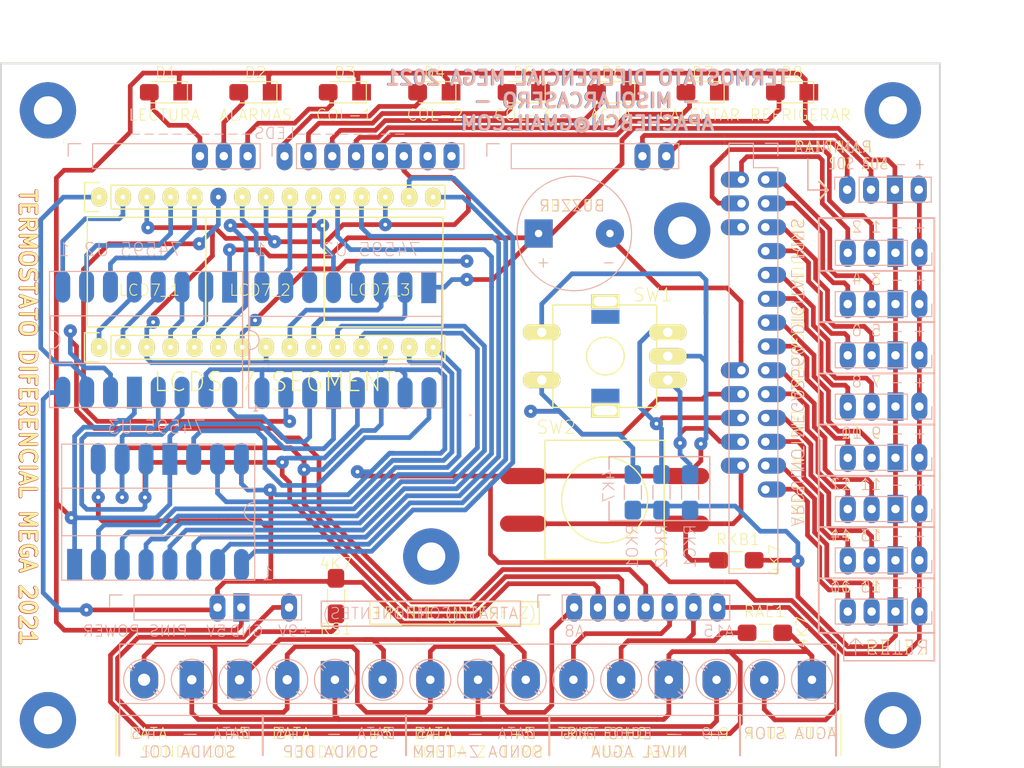
<source format=kicad_pcb>
(kicad_pcb (version 20240108) (generator "pcbnew") (generator_version "8.0")
  (title_block (title "TERMOSTATO DIFERENCIAL") (company "misolarcasero.com"))
  (layers (0 "F.Cu" power) (31 "B.Cu" jumper) (34 "B.Paste" user) (35 "F.Paste" user) (36 "B.SilkS" user "B.Silkscreen") (37 "F.SilkS" user "F.Silkscreen") (38 "B.Mask" user) (39 "F.Mask" user) (44 "Edge.Cuts" user))
  (net 0 "")
  (net 1 "VCC")
  (net 2 "GND")
  (net 3 "Net-(U1-Pad9)")
  (net 4 "Net-(U2-Pad9)")
  (net 5 "+9V")
  (net 6 "/DX12")
  (net 7 "/DX11")
  (net 8 "/DX10")
  (net 9 "/DX9")
  (net 10 "/DX8")
  (net 11 "/DX7")
  (net 12 "/DX6")
  (net 13 "/DX5")
  (net 14 "/DX4")
  (net 15 "/DX3")
  (net 16 "/DX2")
  (net 17 "/DX1")
  (net 18 "/DX24")
  (net 19 "/DX23")
  (net 20 "/DX22")
  (net 21 "/DX21")
  (net 22 "/DX20")
  (net 23 "/DX19")
  (net 24 "/DX18")
  (net 25 "/DX17")
  (net 26 "/DX16")
  (net 27 "/DX15")
  (net 28 "/DX14")
  (net 29 "/DX13")
  (net 30 "/PIN5-2")
  (net 31 "/PIN5-6")
  (net 32 "/PIN6-7")
  (net 33 "/PIN6-8")
  (net 34 "/PIN5-5")
  (net 35 "/PIN5-4")
  (net 36 "/PIN5-3")
  (net 37 "/PIN10-22")
  (net 38 "/PIN10-24")
  (net 39 "/PIN10-42")
  (net 40 "/PIN10-40")
  (net 41 "/PIN10-44")
  (net 42 "/PIN10-46")
  (net 43 "/PIN4-8")
  (net 44 "/PIN4-7")
  (net 45 "/PIN4-6")
  (net 46 "/PIN5-1")
  (net 47 "/PIN3-8")
  (net 48 "/PIN3-7")
  (net 49 "/PIN3-6")
  (net 50 "/PIN3-5")
  (net 51 "/PIN3-4")
  (net 52 "/PIN3-3")
  (net 53 "/PIN3-2")
  (net 54 "/PIN10-38")
  (net 55 "/PIN10-45")
  (net 56 "/PIN10-43")
  (net 57 "/PIN10-41")
  (net 58 "/PIN10-39")
  (net 59 "/PIN10-26")
  (net 60 "/PIN10-25")
  (net 61 "/PIN10-23")
  (net 62 "Net-(PINS5-Pad8)")
  (net 63 "Net-(PINS5-Pad7)")
  (net 64 "/PIN10-49")
  (net 65 "/PIN10-47")
  (net 66 "/PIN10-29")
  (net 67 "/PIN10-27")
  (net 68 "/PIN10-37")
  (net 69 "/PIN10-35")
  (net 70 "/PIN10-33")
  (net 71 "/PIN10-31")
  (footprint "MountingHole:MountingHole_3mm_Pad" (layer "F.Cu") (at 106.3028 60.3996)
    (property "Reference" "TORNILLO-1" (hide yes))
    (property "Value" "MountingHole_3mm_Pad")
  )
  (footprint "MountingHole:MountingHole_3mm_Pad" (layer "F.Cu") (at 173.839 73.215)
    (property "Reference" "TORNILLO-3" (hide yes))
    (property "Value" "MountingHole_3mm_Pad")
  )
  (footprint "MountingHole:MountingHole_3mm_Pad" (layer "F.Cu") (at 106.3028 125.3804)
    (property "Reference" "TORNILLO-5" (hide yes))
    (property "Value" "MountingHole_3mm_Pad")
  )
  (footprint "MountingHole:MountingHole_3mm_Pad" (layer "F.Cu") (at 196.2772 125.3804)
    (property "Reference" "TORNILLO-6" (hide yes))
    (property "Value" "MountingHole_3mm_Pad")
  )
  (footprint "MountingHole:MountingHole_3mm_Pad" (layer "F.Cu") (at 196.2772 60.3996)
    (property "Reference" "TORNILLO-2" (hide yes))
    (property "Value" "MountingHole_3mm_Pad")
  )
  (footprint "MountingHole:MountingHole_3mm_Pad" (layer "F.Cu") (at 147.124 107.9424)
    (property "Reference" "TORNILLO-4" (hide yes))
    (property "Value" "MountingHole_3mm_Pad")
  )
  (footprint "Resistor_SMD:R_1206_3216Metric" (layer "F.Cu") (at 182.648 116.073 180)
    (property "Reference" "RAE1")
    (property "Value" "4K7")
  )
  (footprint "Socket_Strips:Socket_Strip_Straight_1x15" (layer "F.Cu") (at 111.7512 85.6495)
    (property "Reference" "P2" (hide yes))
    (property "Value" "DISPLAYS_FILA1_ABAJO" (hide yes))
  )
  (footprint "Socket_Strips:Socket_Strip_Straight_1x15" (layer "F.Cu") (at 111.7512 69.6475)
    (property "Reference" "P1" (hide yes))
    (property "Value" "DISPLAYS_FILA1_ARRIBA" (hide yes))
  )
  (footprint "Resistor_SMD:R_1206_3216Metric" (layer "F.Cu") (at 179.61 108.34)
    (property "Reference" "RKB1")
    (property "Value" "4K7")
  )
  (footprint "Buttons_Switches_ThroughHole:SW_PUSH-12mm" (layer "F.Cu") (at 165.58 101.91)
    (property "Reference" "SW2")
    (property "Value" "SW_PUSH" (hide yes))
  )
  (footprint "Buttons_Switches_ThroughHole:KSA_Tactile_SPST" (layer "F.Cu") (at 165.666 86.5899 180)
    (property "Reference" "SW1")
    (property "Value" "Coded_Switch" (hide yes))
  )
  (footprint "Resistor_SMD:R_1206_3216Metric" (layer "F.Cu") (at 136.98 112.16 90)
    (property "Reference" "RS1")
    (property "Value" "4K7")
  )
  (footprint "LED_SMD:LED_1206_3216Metric" (layer "F.Cu") (at 128.4014 58.4721 180)
    (property "Reference" "D2")
    (property "Value" "LED")
  )
  (footprint "LED_SMD:LED_1206_3216Metric" (layer "F.Cu") (at 118.8765 58.4721 180)
    (property "Reference" "D1")
    (property "Value" "LED")
  )
  (footprint "LED_SMD:LED_1206_3216Metric" (layer "F.Cu") (at 137.9264 58.4721 180)
    (property "Reference" "D3")
    (property "Value" "LED")
  )
  (footprint "LED_SMD:LED_1206_3216Metric" (layer "F.Cu") (at 185.5514 58.4721 180)
    (property "Reference" "D8")
    (property "Value" "LED")
  )
  (footprint "LED_SMD:LED_1206_3216Metric" (layer "F.Cu") (at 166.5014 58.4721 180)
    (property "Reference" "D6")
    (property "Value" "LED")
  )
  (footprint "LED_SMD:LED_1206_3216Metric" (layer "F.Cu") (at 176.0264 58.4721 180)
    (property "Reference" "D7")
    (property "Value" "LED")
  )
  (footprint "LED_SMD:LED_1206_3216Metric" (layer "F.Cu") (at 147.4514 58.4721 180)
    (property "Reference" "D4")
    (property "Value" "LED")
  )
  (footprint "LED_SMD:LED_1206_3216Metric" (layer "F.Cu") (at 156.9764 58.4721 180)
    (property "Reference" "D5")
    (property "Value" "LED")
  )
  (footprint "Connector_PinHeader_2.54mm:PinHeader_1x04_P2.54mm_Vertical" (layer "B.Cu") (at 191.4154 68.8529 -90)
    (property "Reference" "PANTALLA1" (hide yes))
    (property "Value" "VCC GND SDA SCL" (hide yes))
  )
  (footprint "Connector_PinHeader_2.54mm:PinHeader_1x04_P2.54mm_Vertical" (layer "B.Cu") (at 199.0964 113.8099 90)
    (property "Reference" "RELE-1-2" (hide yes))
    (property "Value" "+  -  7 8" (hide yes))
  )
  (footprint "Resistor_SMD:R_1206_3216Metric" (layer "B.Cu") (at 174.687 101.103 90)
    (property "Reference" "RKC1")
    (property "Value" "4K7" (hide yes))
  )
  (footprint "Connector_PinHeader_2.54mm:PinHeader_1x08_P2.54mm_Vertical" (layer "B.Cu") (at 109.7912 65.2815 -90)
    (property "Reference" "PINS4" (hide yes))
    (property "Value" "PINS 8-17" (hide yes))
  )
  (footprint "Resistor_SMD:R_1206_3216Metric" (layer "B.Cu") (at 168.591 101.103 90)
    (property "Reference" "RKO1")
    (property "Value" "4K7")
  )
  (footprint "Connector_PinHeader_2.54mm:PinHeader_1x04_P2.54mm_Vertical" (layer "B.Cu") (at 199.0964 108.3489 90)
    (property "Reference" "RELE-3-4" (hide yes))
    (property "Value" "+  -  5  6" (hide yes))
  )
  (footprint "Connector_PinHeader_2.54mm:PinHeader_1x04_P2.54mm_Vertical" (layer "B.Cu") (at 199.0964 102.8879 90)
    (property "Reference" "RELE-5-6" (hide yes))
    (property "Value" "+  -  3  4" (hide yes))
  )
  (footprint "Connector_PinHeader_2.54mm:PinHeader_1x08_P2.54mm_Vertical" (layer "B.Cu") (at 159.8012 113.3715 -90)
    (property "Reference" "PINS3" (hide yes))
    (property "Value" "PINS ANALOG A8-A15" (hide yes))
  )
  (footprint "Connector_PinHeader_2.54mm:PinHeader_1x04_P2.54mm_Vertical" (layer "B.Cu") (at 199.0964 81.0439 90)
    (property "Reference" "RELE-13-14" (hide yes))
    (property "Value" "+  -  13 14" (hide yes))
  )
  (footprint "Package_DIP:DIP-16_W8.89mm_SMDSocket_LongPads" (layer "B.Cu") (at 138.0094 84.8861 -90)
    (property "Reference" "U2" (hide yes))
    (property "Value" "74HC595" (hide yes))
  )
  (footprint "Connector_PinHeader_2.54mm:PinHeader_1x08_P2.54mm_Vertical" (layer "B.Cu") (at 131.5012 65.2865 -90)
    (property "Reference" "PINS5" (hide yes))
    (property "Value" "PINS 0-7" (hide yes))
  )
  (footprint "Connector_PinHeader_2.54mm:PinHeader_1x08_P2.54mm_Vertical" (layer "B.Cu") (at 154.3712 65.2865 -90)
    (property "Reference" "PINS6" (hide yes))
    (property "Value" "PINS COMUNICACION" (hide yes))
  )
  (footprint "Connector_PinHeader_2.54mm:PinHeader_1x04_P2.54mm_Vertical" (layer "B.Cu") (at 199.0964 91.9659 90)
    (property "Reference" "RELE-9-10" (hide yes))
    (property "Value" "+  -  9  10" (hide yes))
  )
  (footprint "Connector_PinHeader_2.54mm:PinHeader_1x04_P2.54mm_Vertical" (layer "B.Cu") (at 199.0964 97.4269 90)
    (property "Reference" "RELE-7-8" (hide yes))
    (property "Value" "+  -  1  2" (hide yes))
  )
  (footprint "Connector_PinHeader_2.54mm:PinHeader_1x08_P2.54mm_Vertical" (layer "B.Cu") (at 114.2012 113.3715 -90)
    (property "Reference" "PINS1" (hide yes))
    (property "Value" "PINS POWER" (hide yes))
  )
  (footprint "Connector_PinHeader_2.54mm:PinHeader_1x04_P2.54mm_Vertical" (layer "B.Cu") (at 199.0964 86.5049 90)
    (property "Reference" "RELE-11-12" (hide yes))
    (property "Value" "+  -  11  12" (hide yes))
  )
  (footprint "Resistor_SMD:R_1206_3216Metric" (layer "B.Cu") (at 171.639 101.103 90)
    (property "Reference" "RKC2")
    (property "Value" "4K7" (hide yes))
  )
  (footprint "Package_DIP:DIP-16_W8.89mm_SMDSocket_LongPads" (layer "B.Cu") (at 116.8004 84.8353 -90)
    (property "Reference" "U1" (hide yes))
    (property "Value" "74HC595" (hide yes))
  )
  (footprint "Package_DIP:DIP-16_W8.89mm_SMDSocket_LongPads" (layer "B.Cu") (at 117.9942 103.1934 90)
    (property "Reference" "U3" (hide yes))
    (property "Value" "74HC595" (hide yes))
  )
  (footprint "TerminalBlock_Phoenix:TerminalBlock_Phoenix_MKDS-3-15-5.08_1x15_P5.08mm_Horizontal" (layer "B.Cu") (at 187.6624 121.0755 180)
    (property "Reference" "J1" (hide yes))
    (property "Value" "Screw_Terminal_01x15" (hide yes))
  )
  (footprint "Buzzer_Beeper:Buzzer_12x9.5RM7.6" (layer "B.Cu") (at 166.152 73.523 180)
    (property "Reference" "SP1" (hide yes))
    (property "Value" "SPEAKER" (hide yes))
  )
  (footprint "Connector_PinHeader_2.54mm:PinHeader_2x18_P2.54mm_Vertical" (layer "B.Cu") (at 182.7 65.24 180)
    (property "Reference" "PIN10" (hide yes))
    (property "Value" "ARDUINO PINS DIGITAL" (hide yes))
  )
  (footprint "Connector_PinHeader_2.54mm:PinHeader_1x04_P2.54mm_Vertical" (layer "B.Cu") (at 199.0964 75.5829 90)
    (property "Reference" "RELE-15-16" (hide yes))
    (property "Value" "+  -  15 16" (hide yes))
  )
  (gr_circle (center 151.29 92.89) (end 151.34 92.89) (stroke (width 0.1)) (fill none) (layer "F.Cu"))
  (gr_circle (center 151.29 92.89) (end 151.34 92.89) (stroke (width 0.1)) (fill none) (layer "B.Cu"))
  (gr_line (start 156.624 112.702) (end 156.624 115.369) (stroke (width 0.15)) (layer "B.SilkS"))
  (gr_line (start 144.4342 124.8568) (end 144.4342 129.1268) (stroke (width 0.2)) (layer "B.SilkS"))
  (gr_line (start 188.3874 116.004) (end 188.3874 71.9307) (stroke (width 0.2)) (layer "B.SilkS"))
  (gr_line (start 188.4724 104.8059) (end 200.6644 104.8059) (stroke (width 0.2)) (layer "B.SilkS"))
  (gr_line (start 113.9042 124.8568) (end 113.9042 129.1768) (stroke (width 0.2)) (layer "B.SilkS"))
  (gr_line (start 159.6942 124.8568) (end 159.6942 129.1368) (stroke (width 0.2)) (layer "B.SilkS"))
  (gr_line (start 135.415 112.702) (end 156.624 112.702) (stroke (width 0.15)) (layer "B.SilkS"))
  (gr_line (start 135.415 115.369) (end 135.415 112.702) (stroke (width 0.15)) (layer "B.SilkS"))
  (gr_line (start 129.1842 124.8568) (end 129.1842 129.1068) (stroke (width 0.2)) (layer "B.SilkS"))
  (gr_line (start 200.693 116.0799) (end 188.3974 116.0799) (stroke (width 0.2)) (layer "B.SilkS"))
  (gr_line (start 188.374 99.3449) (end 200.6644 99.3449) (stroke (width 0.2)) (layer "B.SilkS"))
  (gr_line (start 188.3874 88.445) (end 200.6644 88.4229) (stroke (width 0.2)) (layer "B.SilkS"))
  (gr_line (start 188.374 93.8839) (end 200.6644 93.8839) (stroke (width 0.2)) (layer "B.SilkS"))
  (gr_line (start 156.624 115.369) (end 135.415 115.369) (stroke (width 0.15)) (layer "B.SilkS"))
  (gr_line (start 188.4724 110.2669) (end 200.6644 110.2669) (stroke (width 0.2)) (layer "B.SilkS"))
  (gr_line (start 190.2242 124.8568) (end 190.2252 129.1768) (stroke (width 0.2)) (layer "B.SilkS"))
  (gr_line (start 188.4724 82.9619) (end 200.6644 82.9619) (stroke (width 0.2)) (layer "B.SilkS"))
  (gr_line (start 180.0042 124.8768) (end 180.0042 129.1468) (stroke (width 0.2)) (layer "B.SilkS"))
  (gr_line (start 188.4724 77.5009) (end 200.6644 77.5009) (stroke (width 0.2)) (layer "B.SilkS"))
  (gr_line (start 188.3874 71.8799) (end 200.693 71.8799) (stroke (width 0.2)) (layer "B.SilkS"))
  (gr_circle (center 151.29 92.89) (end 151.34 92.89) (stroke (width 0.1)) (fill none) (layer "B.SilkS"))
  (gr_line (start 187.231 68.887) (end 187.231 65.585) (stroke (width 0.15)) (layer "B.SilkS"))
  (gr_line (start 187.231 68.887) (end 189.39 68.887) (stroke (width 0.15)) (layer "B.SilkS"))
  (gr_line (start 189.39 68.887) (end 188.501 69.903) (stroke (width 0.15)) (layer "B.SilkS"))
  (gr_line (start 189.39 68.887) (end 188.374 67.998) (stroke (width 0.15)) (layer "B.SilkS"))
  (gr_line (start 192.311 118.417) (end 192.311 116.639) (stroke (width 0.1)) (layer "B.SilkS"))
  (gr_line (start 192.311 116.639) (end 193.073 117.401) (stroke (width 0.1)) (layer "B.SilkS"))
  (gr_line (start 192.311 116.639) (end 191.549 117.401) (stroke (width 0.1)) (layer "B.SilkS"))
  (gr_line (start 191.041 116.131) (end 191.041 119.052) (stroke (width 0.15)) (layer "B.SilkS"))
  (gr_line (start 176.783 104.115) (end 166.055 104.115) (stroke (width 0.15)) (layer "B.SilkS"))
  (gr_line (start 166.055 97.304) (end 176.783 97.304) (stroke (width 0.15)) (layer "B.SilkS"))
  (gr_line (start 191.041 119.052) (end 200.693 119.052) (stroke (width 0.15)) (layer "B.SilkS"))
  (gr_line (start 200.693 119.052) (end 200.693 71.935) (stroke (width 0.2)) (layer "B.SilkS"))
  (gr_line (start 166.055 104.115) (end 166.055 102.114) (stroke (width 0.15)) (layer "B.SilkS"))
  (gr_line (start 176.783 97.304) (end 176.783 104.115) (stroke (width 0.15)) (layer "B.SilkS"))
  (gr_line (start 166.055 97.304) (end 166.055 98.638) (stroke (width 0.15)) (layer "B.SilkS"))
  (gr_line (start 123.121 83.4822) (end 123.121 71.7982) (stroke (width 0.15)) (layer "F.SilkS"))
  (gr_line (start 158.625 112.7542) (end 158.625 115.1742) (stroke (width 0.15)) (layer "F.SilkS"))
  (gr_line (start 180.0002 129.0828) (end 180.0002 124.8128) (stroke (width 0.2)) (layer "F.SilkS"))
  (gr_line (start 129.1802 129.1028) (end 129.1802 124.8528) (stroke (width 0.2)) (layer "F.SilkS"))
  (gr_line (start 140.591 112.7376) (end 158.625 112.7542) (stroke (width 0.15)) (layer "F.SilkS"))
  (gr_line (start 190.787 129.085) (end 190.788 124.765) (stroke (width 0.2)) (layer "F.SilkS"))
  (gr_line (start 110.4972 71.7982) (end 110.4972 83.4822) (stroke (width 0.15)) (layer "F.SilkS"))
  (gr_line (start 123.0956 71.7982) (end 123.0956 83.4822) (stroke (width 0.15)) (layer "F.SilkS"))
  (gr_line (start 158.625 115.1742) (end 140.591 115.1576) (stroke (width 0.15)) (layer "F.SilkS"))
  (gr_line (start 144.4302 129.1028) (end 144.4302 124.8328) (stroke (width 0.2)) (layer "F.SilkS"))
  (gr_line (start 113.571 129.1028) (end 113.571 124.7828) (stroke (width 0.2)) (layer "F.SilkS"))
  (gr_circle (center 151.29 92.89) (end 151.34 92.89) (stroke (width 0.1)) (fill none) (layer "F.SilkS"))
  (gr_line (start 148.3686 83.4822) (end 148.3686 71.7982) (stroke (width 0.15)) (layer "F.SilkS"))
  (gr_line (start 135.7448 71.7982) (end 135.7448 83.4822) (stroke (width 0.15)) (layer "F.SilkS"))
  (gr_line (start 135.7194 83.4822) (end 135.7194 71.7982) (stroke (width 0.15)) (layer "F.SilkS"))
  (gr_line (start 159.6902 129.1028) (end 159.6902 124.8228) (stroke (width 0.2)) (layer "F.SilkS"))
  (gr_line (start 140.591 112.7376) (end 140.591 115.1576) (stroke (width 0.15)) (layer "F.SilkS"))
  (gr_line (start 110.4972 83.4822) (end 148.3686 83.4822) (stroke (width 0.15)) (layer "F.SilkS"))
  (gr_line (start 148.3686 71.7982) (end 110.4972 71.7982) (stroke (width 0.15)) (layer "F.SilkS"))
  (gr_line (start 192.311 118.417) (end 192.311 116.639) (stroke (width 0.1)) (layer "F.SilkS"))
  (gr_line (start 192.311 116.639) (end 191.549 117.401) (stroke (width 0.1)) (layer "F.SilkS"))
  (gr_line (start 192.311 116.639) (end 193.073 117.401) (stroke (width 0.1)) (layer "F.SilkS"))
  (gr_line (start 108.39 63.48) (end 107.99 63.48) (stroke (width 0.05)) (layer "F.SilkS"))
  (gr_line (start 176.97 63.44) (end 187.26 63.44) (stroke (width 0.01)) (layer "F.SilkS"))
  (gr_line (start 189.39 68.887) (end 188.501 69.776) (stroke (width 0.15)) (layer "F.SilkS"))
  (gr_line (start 178.35 62.99) (end 178.35 111.03) (stroke (width 0.01)) (layer "F.SilkS"))
  (gr_line (start 189.39 68.887) (end 188.501 67.871) (stroke (width 0.15)) (layer "F.SilkS"))
  (gr_line (start 187.231 68.887) (end 189.39 68.887) (stroke (width 0.15)) (layer "F.SilkS"))
  (gr_line (start 107.99 63.48) (end 107.99 64.02) (stroke (width 0.05)) (layer "F.SilkS"))
  (gr_line (start 173.87 63.49) (end 187.5 63.49) (stroke (width 0.01)) (layer "F.SilkS"))
  (gr_line (start 187.231 68.887) (end 187.231 65.585) (stroke (width 0.15)) (layer "F.SilkS"))
  (gr_line (start 201.28 130.38) (end 201.28 55.4) (stroke (width 0.2)) (layer "Edge.Cuts"))
  (gr_line (start 201.28 55.4) (end 101.3 55.4) (stroke (width 0.2)) (layer "Edge.Cuts"))
  (gr_line (start 101.3 55.4) (end 101.3 130.38) (stroke (width 0.2)) (layer "Edge.Cuts"))
  (gr_line (start 101.3 130.38) (end 201.28 130.38) (stroke (width 0.2)) (layer "Edge.Cuts"))
  (gr_text "TERMOSTATO DIFERENCIAL MEGA 2021\n" (at 104.14 68.58 -90) (layer "F.Cu") (effects (font (size 1.7 1.7) (thickness 0.4)) (justify left)))
  (gr_text "TERMOSTATO DIFERENCIAL MEGA 2021\n- MISOLARCASERO -\nAPACHEBCN@GMAIL.COM" (at 163.69 59.36 0) (layer "B.Cu") (effects (font (size 1.5 1.5) (thickness 0.3)) (justify mirror)))
  (gr_text "--------LEDS---------" (at 144.582 62.8465 0) (layer "B.SilkS") (effects (font (size 1.2 1.2) (thickness 0.1)) (justify left mirror)))
  (gr_text "5V" (at 124.239 115.8915 0) (layer "B.SilkS") (effects (font (size 1.2 1.2) (thickness 0.1)) (justify mirror)))
  (gr_text "SONDA Z-TERM" (at 152.052 128.7668 0) (layer "B.SilkS") (effects (font (size 1.2 1.2) (thickness 0.1)) (justify mirror)))
  (gr_text "ATRAS (COMPONENTES)" (at 145.9507 114.014 0) (layer "B.SilkS") (effects (font (size 1.2 1.2) (thickness 0.1)) (justify mirror)))
  (gr_text "ARDUINO MEGA2560 DIGITAL PINS" (at 186.088 88.318 -90) (layer "B.SilkS") (effects (font (size 1.3 1.3) (thickness 0.1)) (justify mirror)))
  (gr_text "NIVEL AGUA" (at 169.3042 128.7668 0) (layer "B.SilkS") (effects (font (size 1.2 1.2) (thickness 0.1)) (justify mirror)))
  (gr_text "A15" (at 177.7282 115.8915 0) (layer "B.SilkS") (effects (font (size 1.2 1.2) (thickness 0.1)) (justify mirror)))
  (gr_text "+9V" (at 132.621 115.877 0) (layer "B.SilkS") (effects (font (size 1.2 1.2) (thickness 0.1)) (justify mirror)))
  (gr_text "SONDA DEP" (at 136.431 128.7668 0) (layer "B.SilkS") (effects (font (size 1.2 1.2) (thickness 0.1)) (justify mirror)))
  (gr_text "A8" (at 162.3612 115.8915 0) (layer "B.SilkS") (effects (font (size 1.2 1.2) (thickness 0.1)) (justify mirror)))
  (gr_text "PINS POWER" (at 115.603 115.877 0) (layer "B.SilkS") (effects (font (size 1.2 1.2) (thickness 0.1)) (justify mirror)))
  (gr_text "AGUA STOP" (at 185.326 126.799 0) (layer "B.SilkS") (effects (font (size 1.2 1.2) (thickness 0.1)) (justify mirror)))
  (gr_text "+9  -  ECHO TRIG" (at 169.7842 126.8168 0) (layer "B.SilkS") (effects (font (size 1.2 1.2) (thickness 0.1)) (justify mirror)))
  (gr_text "GND" (at 127.439 115.8915 0) (layer "B.SilkS") (effects (font (size 1.2 1.2) (thickness 0.1)) (justify mirror)))
  (gr_text "SONDA COL" (at 121.191 128.7668 0) (layer "B.SilkS") (effects (font (size 1.2 1.2) (thickness 0.1)) (justify mirror)))
  (gr_text "+ - 1 2" (at 195.867 72.824 0) (layer "B.SilkS") (effects (font (size 1.2 1.2) (thickness 0.1)) (justify mirror)))
  (gr_text "1" (at 128.423 92.165 0) (layer "B.SilkS") (effects (font (size 0.6 0.6)) (justify mirror)))
  (gr_text "BUZZER" (at 162.12 70.58 0) (layer "B.SilkS") (effects (font (size 1.2 1.2) (thickness 0.1)) (justify mirror)))
  (gr_text "TERMOSTATO DIFERENCIAL MEGA 2021\n- MISOLARCASERO -\nAPACHEBCN@GMAIL.COM" (at 163.76 59.36 0) (layer "B.SilkS") (effects (font (size 1.5 1.5) (thickness 0.3)) (justify mirror)))
  (gr_text "1" (at 128.938 75.237 0) (layer "B.SilkS") (effects (font (size 1.4 1.4) (thickness 0.1)) (justify mirror)))
  (gr_text "+ - SDA SDL" (at 194.597 66.093 0) (layer "B.SilkS") (effects (font (size 1.2 1) (thickness 0.1)) (justify mirror)))
  (gr_text "PANTALLA" (at 189.898 64.315 0) (layer "B.SilkS") (effects (font (size 1.2 1.2) (thickness 0.1)) (justify mirror)))
  (gr_text "+ - 3 4" (at 195.867 78.412 0) (layer "B.SilkS") (effects (font (size 1.2 1.2) (thickness 0.1)) (justify mirror)))
  (gr_text "+ - 5 6" (at 195.867 83.873 0) (layer "B.SilkS") (effects (font (size 1.2 1.2) (thickness 0.1)) (justify mirror)))
  (gr_text "+ - 7 8" (at 195.867 89.334 0) (layer "B.SilkS") (effects (font (size 1.2 1.2) (thickness 0.1)) (justify mirror)))
  (gr_text "+ - 9 10" (at 195.321 94.795 0) (layer "B.SilkS") (effects (font (size 1.2 1.2) (thickness 0.1)) (justify mirror)))
  (gr_text "+ - 11 12" (at 194.724 100.256 0) (layer "B.SilkS") (effects (font (size 1.2 1.2) (thickness 0.1)) (justify mirror)))
  (gr_text "+ - 13 14" (at 194.724 105.717 0) (layer "B.SilkS") (effects (font (size 1.2 1.2) (thickness 0.1)) (justify mirror)))
  (gr_text "+ - 15 16" (at 194.724 111.178 0) (layer "B.SilkS") (effects (font (size 1.2 1.2) (thickness 0.1)) (justify mirror)))
  (gr_text "74595 U2" (at 115.349 75.237 0) (layer "B.SilkS") (effects (font (size 1.4 1.4) (thickness 0.1)) (justify mirror)))
  (gr_text "74595 U2" (at 140.749 75.237 0) (layer "B.SilkS") (effects (font (size 1.4 1.4) (thickness 0.1)) (justify mirror)))
  (gr_text "74595 U3" (at 117.889 94.16 0) (layer "B.SilkS") (effects (font (size 1.4 1.4) (thickness 0.1)) (justify mirror)))
  (gr_text "1" (at 129.7 109.781 0) (layer "B.SilkS") (effects (font (size 1.4 1.4) (thickness 0.1)) (justify mirror)))
  (gr_text "DATA  -   +5" (at 151.925 126.799 0) (layer "B.SilkS") (effects (font (size 1.2 1.2) (thickness 0.1)) (justify mirror)))
  (gr_text "DATA  -   +5" (at 136.939 126.799 0) (layer "B.SilkS") (effects (font (size 1.2 1.2) (thickness 0.1)) (justify mirror)))
  (gr_text "DATA  -   +5" (at 121.572 126.799 0) (layer "B.SilkS") (effects (font (size 1.2 1.2) (thickness 0.1)) (justify mirror)))
  (gr_text "RELES" (at 196.756 117.655 0) (layer "B.SilkS") (effects (font (size 1.5 1.5) (thickness 0.1)) (justify mirror)))
  (gr_text "+      -" (at 162.54 76.74 180) (layer "B.SilkS") (effects (font (size 1.2 1.2) (thickness 0.1)) (justify mirror)))
  (gr_text "1" (at 107.983 75.237 0) (layer "B.SilkS") (effects (font (size 1.4 1.4) (thickness 0.1)) (justify mirror)))
  (gr_text "SDL SDA - +" (at 194.597 66.093 0) (layer "F.SilkS") (effects (font (size 1.2 1) (thickness 0.1))))
  (gr_text "14 13 - +" (at 199.931 105.717 0) (layer "F.SilkS") (effects (font (size 1.2 1.2) (thickness 0.1)) (justify right)))
  (gr_text "16 15 - +" (at 199.931 111.178 0) (layer "F.SilkS") (effects (font (size 1.2 1.2) (thickness 0.1)) (justify right)))
  (gr_text "PANTALLA" (at 189.898 64.315 0) (layer "F.SilkS") (effects (font (size 1.2 1.2) (thickness 0.1))))
  (gr_text "RELES" (at 196.756 117.655 0) (layer "F.SilkS") (effects (font (size 1.5 1.5) (thickness 0.1))))
  (gr_text "NIVEL AGUA" (at 169.2222 128.7628 0) (layer "F.SilkS") (effects (font (size 1.2 1.2) (thickness 0.1))))
  (gr_text "SONDA DEP" (at 136.431 128.7628 0) (layer "F.SilkS") (effects (font (size 1.2 1.2) (thickness 0.1))))
  (gr_text "FRENTE (INTERFAZ)" (at 149.6846 113.9602 0) (layer "F.SilkS") (effects (font (size 1.2 1.2) (thickness 0.1))))
  (gr_text "TRIG ECHO  -   +9" (at 169.7102 126.799 0) (layer "F.SilkS") (effects (font (size 1.2 1.2) (thickness 0.1))))
  (gr_text "2 1 - +" (at 199.931 72.824 0) (layer "F.SilkS") (effects (font (size 1.2 1.2) (thickness 0.1)) (justify right)))
  (gr_text "4 3 - +" (at 199.931 78.412 0) (layer "F.SilkS") (effects (font (size 1.2 1.2) (thickness 0.1)) (justify right)))
  (gr_text "SONDA Z-TERM" (at 152.052 128.7628 0) (layer "F.SilkS") (effects (font (size 1.2 1.2) (thickness 0.1))))
  (gr_text "6 5 - +" (at 199.931 83.873 0) (layer "F.SilkS") (effects (font (size 1.2 1.2) (thickness 0.1)) (justify right)))
  (gr_text "8 7 - +" (at 199.931 89.334 0) (layer "F.SilkS") (effects (font (size 1.2 1.2) (thickness 0.1)) (justify right)))
  (gr_text "SONDA COL" (at 121.318 128.7628 0) (layer "F.SilkS") (effects (font (size 1.2 1.2) (thickness 0.1))))
  (gr_text "LCD7_1" (at 117.11 79.56 0) (layer "F.SilkS") (effects (font (size 1.2 1.2) (thickness 0.1))))
  (gr_text "+      -" (at 162.54 76.57 0) (layer "F.SilkS") (effects (font (size 1.2 1.2) (thickness 0.1))))
  (gr_text "DATA  -   +5" (at 121.318 126.799 0) (layer "F.SilkS") (effects (font (size 1.2 1.2) (thickness 0.1))))
  (gr_text "10 9 - +" (at 199.931 94.795 0) (layer "F.SilkS") (effects (font (size 1.2 1.2) (thickness 0.1)) (justify right)))
  (gr_text "12 11 - +" (at 199.931 100.256 0) (layer "F.SilkS") (effects (font (size 1.2 1.2) (thickness 0.1)) (justify right)))
  (gr_text "AGUA STOP" (at 185.453 126.799 0) (layer "F.SilkS") (effects (font (size 1.2 1.2) (thickness 0.1))))
  (gr_text "LECTURA" (at 118.708 60.895 0) (layer "F.SilkS") (effects (font (size 1.2 1.2) (thickness 0.1))))
  (gr_text "ALARMAS" (at 128.4423 60.895 0) (layer "F.SilkS") (effects (font (size 1.2 1.2) (thickness 0.1))))
  (gr_text "COL-1" (at 137.853 60.895 0) (layer "F.SilkS") (effects (font (size 1.2 1.2) (thickness 0.1))))
  (gr_text "COL-2" (at 147.5177 60.895 0) (layer "F.SilkS") (effects (font (size 1.2 1.2) (thickness 0.1))))
  (gr_text "COL-3" (at 156.7994 60.895 0) (layer "F.SilkS") (effects (font (size 1.2 1.2) (thickness 0.1))))
  (gr_text "AGUA" (at 166.2482 60.895 0) (layer "F.SilkS") (effects (font (size 1.2 1.2) (thickness 0.1))))
  (gr_text "REFRIGERAR" (at 186.433 60.895 0) (layer "F.SilkS") (effects (font (size 1.2 1.2) (thickness 0.1))))
  (gr_text "CALENTAR" (at 175.6952 60.895 0) (layer "F.SilkS") (effects (font (size 1.2 1.2) (thickness 0.1))))
  (gr_text "LCD7_2" (at 128.894 79.56 0) (layer "F.SilkS") (effects (font (size 1.2 1.2) (thickness 0.1))))
  (gr_text "LCD7_3" (at 141.647 79.526 0) (layer "F.SilkS") (effects (font (size 1.2 1.2) (thickness 0.1))))
  (gr_text "TERMOSTATO DIFERENCIAL MEGA 2021\n" (at 104.173 68.633 -90) (layer "F.SilkS") (effects (font (size 1.7 1.7) (thickness 0.3)) (justify left)))
  (gr_text "ARDUINO MEGA2560 DIGITAL PINS" (at 186.088 88.318 270) (layer "F.SilkS") (effects (font (size 1.3 1.3) (thickness 0.1))))
  (gr_text "LCDS 7 SEGMENT" (at 130.462 89.334 0) (layer "F.SilkS") (effects (font (size 2 2))))
  (gr_text "DATA  -   +5" (at 136.558 126.799 0) (layer "F.SilkS") (effects (font (size 1.2 1.2) (thickness 0.1))))
  (gr_text "DATA  -   +5" (at 151.671 126.799 0) (layer "F.SilkS") (effects (font (size 1.2 1.2) (thickness 0.1))))
  (gr_text "BUZZER" (at 162.07 70.56 0) (layer "F.SilkS") (effects (font (size 1.2 1.2) (thickness 0.1))))
  (segment (start 199.0964 113.8099) (end 199.0964 108.3489) (width 0.5) (layer "F.Cu") (net 1))
  (segment (start 142.044 120.744) (end 142.044 119.108) (width 0.5) (layer "F.Cu") (net 1))
  (segment (start 199.0964 68.9139) (end 199.0354 68.8529) (width 0.5) (layer "F.Cu") (net 1))
  (segment (start 199.0964 86.5049) (end 199.0964 81.0439) (width 0.5) (layer "F.Cu") (net 1))
  (segment (start 116.416 104.141) (end 124.501 104.141) (width 0.5) (layer "F.Cu") (net 1))
  (segment (start 140.895 116.788) (end 141.7965 117.6895) (width 0.5) (layer "F.Cu") (net 1))
  (segment (start 157.03 118.177) (end 157.03 121.252) (width 0.5) (layer "F.Cu") (net 1))
  (segment (start 116.416 104.141) (end 112.0806 104.141) (width 0.5) (layer "F.Cu") (net 1))
  (segment (start 174.216 99.37) (end 156.944 99.37) (width 0.5) (layer "F.Cu") (net 1))
  (segment (start 112.0806 104.141) (end 111.666 103.7264) (width 0.5) (layer "F.Cu") (net 1))
  (segment (start 140.002 116.788) (end 140.895 116.788) (width 0.5) (layer "F.Cu") (net 1))
  (segment (start 142.044 117.937) (end 141.7965 117.6895) (width 0.5) (layer "F.Cu") (net 1))
  (segment (start 111.666 101.6266) (end 111.666 103.7264) (width 0.5) (layer "F.Cu") (net 1))
  (segment (start 199.0964 81.0439) (end 199.0964 75.5829) (width 0.5) (layer "F.Cu") (net 1))
  (segment (start 199.0964 97.4269) (end 199.0964 91.9659) (width 0.5) (layer "F.Cu") (net 1))
  (segment (start 199.0964 108.3489) (end 199.0964 102.8879) (width 0.5) (layer "F.Cu") (net 1))
  (segment (start 199.0964 75.5829) (end 199.0964 68.9139) (width 0.5) (layer "F.Cu") (net 1))
  (segment (start 111.666 102.0496) (end 111.666 103.7264) (width 0.5) (layer "F.Cu") (net 1))
  (segment (start 199.0964 102.8879) (end 199.0964 97.4269) (width 0.5) (layer "F.Cu") (net 1))
  (segment (start 199.0964 91.9659) (end 199.0964 86.5049) (width 0.5) (layer "F.Cu") (net 1))
  (segment (start 110.399 113.632) (end 124.518 113.632) (width 0.5) (layer "F.Cu") (net 1))
  (segment (start 142.044 119.108) (end 142.044 117.937) (width 0.5) (layer "F.Cu") (net 1))
  (segment (start 155.641 116.788) (end 156.4065 117.5535) (width 0.5) (layer "F.Cu") (net 1))
  (segment (start 153.89503 115.04203) (end 156.4065 117.5535) (width 0.5) (layer "F.Cu") (net 1))
  (segment (start 153.43 100.27) (end 154.33 99.37) (width 0.5) (layer "F.Cu") (net 1))
  (segment (start 156.944 99.37) (end 139.72 99.37) (width 0.5) (layer "F.Cu") (net 1))
  (segment (start 128.897 104.141) (end 130.042 105.286) (width 0.5) (layer "F.Cu") (net 1))
  (segment (start 199.0964 113.8099) (end 199.0964 116.8836) (width 0.5) (layer "F.Cu") (net 1))
  (segment (start 132.23 110.59) (end 136.08 110.59) (width 0.5) (layer "F.Cu") (net 1))
  (segment (start 190.62232 117.74599) (end 185.493821 112.61749) (width 0.5) (layer "F.Cu") (net 1))
  (segment (start 136.08 110.59) (end 137.53468 110.59) (width 0.5) (layer "F.Cu") (net 1))
  (segment (start 197.68 118.3) (end 191.176331 118.3) (width 0.5) (layer "F.Cu") (net 1))
  (segment (start 179.62 110.64) (end 172.51 110.64) (width 0.5) (layer "F.Cu") (net 1))
  (segment (start 144.747678 115.04203) (end 153.89503 115.04203) (width 0.5) (layer "F.Cu") (net 1))
  (segment (start 170.45198 108.58198) (end 154.30198 108.58198) (width 0.5) (layer "F.Cu") (net 1))
  (segment (start 130.042 102.49) (end 130.042 100.958) (width 0.5) (layer "F.Cu") (net 1))
  (segment (start 130.042 102.49) (end 130.042 105.286) (width 0.5) (layer "F.Cu") (net 1))
  (segment (start 144.747675 115.042027) (end 144.747678 115.04203) (width 0.5) (layer "F.Cu") (net 1))
  (segment (start 140.002 116.788) (end 130.9899 116.788) (width 0.5) (layer "F.Cu") (net 1))
  (segment (start 154.33 99.37) (end 156.944 99.37) (width 0.5) (layer "F.Cu") (net 1))
  (segment (start 125.17 110.59) (end 129.61 110.59) (width 0.5) (layer "F.Cu") (net 1))
  (segment (start 139.778509 110.6975) (end 144.123035 115.042027) (width 0.5) (layer "F.Cu") (net 1))
  (segment (start 124.501 104.141) (end 125.562 104.141) (width 0.5) (layer "F.Cu") (net 1))
  (segment (start 130.042 110.158) (end 129.61 110.59) (width 0.5) (layer "F.Cu") (net 1))
  (segment (start 172.51 110.64) (end 170.45198 108.58198) (width 0.5) (layer "F.Cu") (net 1))
  (segment (start 140.002 116.788) (end 142.268 116.788) (width 0.5) (layer "F.Cu") (net 1))
  (segment (start 142.268 116.788) (end 145.708 116.788) (width 0.5) (layer "F.Cu") (net 1))
  (segment (start 129.61 110.59) (end 132.23 110.59) (width 0.5) (layer "F.Cu") (net 1))
  (segment (start 199.0964 116.8836) (end 197.68 118.3) (width 0.5) (layer "F.Cu") (net 1))
  (segment (start 191.176331 118.3) (end 190.62232 117.74599) (width 0.5) (layer "F.Cu") (net 1))
  (segment (start 153.43 107.71) (end 153.43 100.27) (width 0.5) (layer "F.Cu") (net 1))
  (segment (start 175.83 95.93) (end 175.83 97.756) (width 0.5) (layer "F.Cu") (net 1))
  (segment (start 130.9899 116.788) (end 126.7024 121.0755) (width 0.5) (layer "F.Cu") (net 1))
  (segment (start 154.30198 108.58198) (end 153.43 107.71) (width 0.5) (layer "F.Cu") (net 1))
  (segment (start 139.72 99.37) (end 139.26 98.91) (width 0.5) (layer "F.Cu") (net 1))
  (segment (start 156.4065 117.5535) (end 157.03 118.177) (width 0.5) (layer "F.Cu") (net 1))
  (segment (start 144.123035 115.042027) (end 144.747675 115.042027) (width 0.5) (layer "F.Cu") (net 1))
  (segment (start 124.3612 111.3988) (end 125.17 110.59) (width 0.5) (layer "F.Cu") (net 1))
  (segment (start 181.59749 112.61749) (end 179.62 110.64) (width 0.5) (layer "F.Cu") (net 1))
  (segment (start 185.493821 112.61749) (end 181.59749 112.61749) (width 0.5) (layer "F.Cu") (net 1))
  (segment (start 130.042 101.071) (end 130.042 102.49) (width 0.5) (layer "F.Cu") (net 1))
  (segment (start 145.708 116.788) (end 155.641 116.788) (width 0.5) (layer "F.Cu") (net 1))
  (segment (start 130.042 105.286) (end 130.042 109.008) (width 0.5) (layer "F.Cu") (net 1))
  (segment (start 130.042 100.958) (end 129.941 100.857) (width 0.5) (layer "F.Cu") (net 1))
  (segment (start 124.3612 113.3715) (end 124.3612 111.3988) (width 0.5) (layer "F.Cu") (net 1))
  (segment (start 175.83 97.756) (end 174.216 99.37) (width 0.5) (layer "F.Cu") (net 1))
  (segment (start 125.562 104.141) (end 128.897 104.141) (width 0.5) (layer "F.Cu") (net 1))
  (segment (start 136.25 110.76) (end 136.08 110.59) (width 0.5) (layer "F.Cu") (net 1))
  (segment (start 136.98 110.6975) (end 139.778509 110.6975) (width 0.5) (layer "F.Cu") (net 1))
  (segment (start 130.042 109.008) (end 130.042 110.158) (width 0.5) (layer "F.Cu") (net 1))
  (via (at 110.399 113.632) (size 1.4) (drill 0.41) (layers "F.Cu" "B.Cu") (net 1))
  (via (at 129.941 100.857) (size 1.4) (drill 0.41) (layers "F.Cu" "B.Cu") (net 1))
  (via (at 175.83 95.93) (size 1.4) (drill 0.41) (layers "F.Cu" "B.Cu") (net 1))
  (via (at 139.26 98.91) (size 1.4) (drill 0.41) (layers "F.Cu" "B.Cu") (net 1))
  (via (at 111.666 101.6266) (size 1.4) (drill 0.41) (layers "F.Cu" "B.Cu") (net 1))
  (segment (start 129.0994 90.5311) (end 129.0994 91.7892) (width 0.5) (layer "B.Cu") (net 1))
  (segment (start 126.9042 97.5484) (end 126.9042 98.0842) (width 0.5) (layer "B.Cu") (net 1))
  (segment (start 123.1304 90.9273) (end 123.1304 88.4826) (width 0.5) (layer "B.Cu") (net 1))
  (segment (start 111.6642 97.5484) (end 111.6642 101.6248) (width 0.5) (layer "B.Cu") (net 1))
  (segment (start 111.6642 101.6248) (end 111.666 101.6266) (width 0.5) (layer "B.Cu") (net 1))
  (segment (start 123.573 88.04) (end 127.535 88.04) (width 0.5) (layer "B.Cu") (net 1))
  (segment (start 158.886 81.042) (end 158.886 84.0499) (width 0.5) (layer "B.Cu") (net 1))
  (segment (start 162.11 77.818) (end 158.886 81.042) (width 0.5) (layer "B.Cu") (net 1))
  (segment (start 123.1304 88.4826) (end 123.573 88.04) (width 0.5) (layer "B.Cu") (net 1))
  (segment (start 111.6642 97.5484) (end 111.6642 100.0318) (width 0.5) (layer "B.Cu") (net 1))
  (segment (start 129.0994 88.1706) (end 129.23 88.04) (width 0.5) (layer "B.Cu") (net 1))
  (segment (start 142.681434 96.94792) (end 142.264677 97.364677) (width 0.5) (layer "B.Cu") (net 1))
  (segment (start 138.273025 101.356329) (end 142.264677 97.364677) (width 0.5) (layer "B.Cu") (net 1))
  (segment (start 105.8 91.2) (end 105.8 111.81) (width 0.5) (layer "B.Cu") (net 1))
  (segment (start 142.264677 97.364677) (end 142.681433 96.947921) (width 0.5) (layer "B.Cu") (net 1))
  (segment (start 176.3848 82.0152) (end 176.3848 79.3648) (width 0.5) (layer "B.Cu") (net 1))
  (segment (start 129.79 88.04) (end 129.23 88.04) (width 0.5) (layer "B.Cu") (net 1))
  (segment (start 176.3848 82.0152) (end 176.3848 78.4748) (width 0.5) (layer "B.Cu") (net 1))
  (segment (start 142.23 88.04) (end 129.79 88.04) (width 0.5) (layer "B.Cu") (net 1))
  (segment (start 175.728 77.818) (end 170.328 77.818) (width 0.5) (layer "B.Cu") (net 1))
  (segment (start 106.5197 90.4803) (end 105.8 91.2) (width 0.5) (layer "B.Cu") (net 1))
  (segment (start 142.23 88.04) (end 143.86 88.04) (width 0.5) (layer "B.Cu") (net 1))
  (segment (start 148.57 88.75) (end 148.57 96.50584) (width 0.5) (layer "B.Cu") (net 1))
  (segment (start 176.3848 92.9648) (end 176.3848 95.3752) (width 0.5) (layer "B.Cu") (net 1))
  (segment (start 142.681433 96.947921) (end 143.13208 96.947921) (width 0.5) (layer "B.Cu") (net 1))
  (segment (start 107.8904 90.4803) (end 106.5197 90.4803) (width 0.5) (layer "B.Cu") (net 1))
  (segment (start 129.941 100.857) (end 127.59 100.857) (width 0.5) (layer "B.Cu") (net 1))
  (segment (start 140.719354 98.91) (end 142.681434 96.94792) (width 0.5) (layer "B.Cu") (net 1))
  (segment (start 129.941 100.857) (end 130.077 100.857) (width 0.5) (layer "B.Cu") (net 1))
  (segment (start 176.3848 92.9648) (end 176.3848 87.2052) (width 0.5) (layer "B.Cu") (net 1))
  (segment (start 129.0994 90.5311) (end 129.0994 88.1706) (width 0.5) (layer "B.Cu") (net 1))
  (segment (start 126.9042 100.1712) (end 126.9042 97.5484) (width 0.5) (layer "B.Cu") (net 1))
  (segment (start 148.57 96.50584) (end 148.12792 96.94792) (width 0.5) (layer "B.Cu") (net 1))
  (segment (start 148.12792 96.94792) (end 146.51 96.94792) (width 0.5) (layer "B.Cu") (net 1))
  (segment (start 105.8 111.81) (end 107.622 113.632) (width 0.5) (layer "B.Cu") (net 1))
  (segment (start 144.3394 88.5194) (end 143.86 88.04) (width 0.5) (layer "B.Cu") (net 1))
  (segment (start 139.26 98.91) (end 140.719354 98.91) (width 0.5) (layer "B.Cu") (net 1))
  (segment (start 130.576329 101.356329) (end 138.273025 101.356329) (width 0.5) (layer "B.Cu") (net 1))
  (segment (start 127.59 100.857) (end 126.9042 100.1712) (width 0.5) (layer "B.Cu") (net 1))
  (segment (start 130.077 100.857) (end 130.576329 101.356329) (width 0.5) (layer "B.Cu") (net 1))
  (segment (start 147.86 88.04) (end 148.57 88.75) (width 0.5) (layer "B.Cu") (net 1))
  (segment (start 170.328 77.818) (end 162.11 77.818) (width 0.5) (layer "B.Cu") (net 1))
  (segment (start 143.86 88.04) (end 147.86 88.04) (width 0.5) (layer "B.Cu") (net 1))
  (segment (start 129.23 88.04) (end 127.535 88.04) (width 0.5) (layer "B.Cu") (net 1))
  (segment (start 175.7695 86.5899) (end 176.3848 87.2052) (width 0.5) (layer "B.Cu") (net 1))
  (segment (start 176.3848 87.2052) (end 176.3848 82.0152) (width 0.5) (layer "B.Cu") (net 1))
  (segment (start 176.3848 78.4748) (end 175.728 77.818) (width 0.5) (layer "B.Cu") (net 1))
  (segment (start 146.51 96.94792) (end 142.681434 96.94792) (width 0.5) (layer "B.Cu") (net 1))
  (segment (start 176.3848 95.3752) (end 175.83 95.93) (width 0.5) (layer "B.Cu") (net 1))
  (segment (start 107.622 113.632) (end 110.399 113.632) (width 0.5) (layer "B.Cu") (net 1))
  (segment (start 144.3394 90.5311) (end 144.3394 88.5194) (width 0.5) (layer "B.Cu") (net 1))
  (segment (start 172.316 86.5899) (end 175.7695 86.5899) (width 0.5) (layer "B.Cu") (net 1))
  (segment (start 152.1024 124.9454) (end 152.461 125.304) (width 0.5) (layer "F.Cu") (net 2))
  (segment (start 196.5564 81.0439) (end 196.5564 86.5049) (width 0.5) (layer "F.Cu") (net 2))
  (segment (start 196.5564 86.5049) (end 196.5564 91.9659) (width 0.5) (layer "F.Cu") (net 2))
  (segment (start 187.6624 121.0755) (end 187.6624 118.5376) (width 0.5) (layer "F.Cu") (net 2))
  (segment (start 137.287 125.304) (end 122.3197 125.304) (width 0.5) (layer "F.Cu") (net 2))
  (segment (start 196.5564 97.4269) (end 196.5564 102.8879) (width 0.5) (layer "F.Cu") (net 2))
  (segment (start 187.6624 121.0755) (end 187.6624 120.0743) (width 0.5) (layer "F.Cu") (net 2))
  (segment (start 196.5564 75.5829) (end 196.5564 81.0439) (width 0.5) (layer "F.Cu") (net 2))
  (segment (start 151.95 121.506) (end 151.95 122.268) (width 0.5) (layer "F.Cu") (net 2))
  (segment (start 196.5564 108.3489) (end 196.5564 113.8099) (width 0.5) (layer "F.Cu") (net 2))
  (segment (start 121.6224 121.0755) (end 121.6224 124.6067) (width 0.5) (layer "F.Cu") (net 2))
  (segment (start 196.4954 75.5219) (end 196.5564 75.5829) (width 0.5) (layer "F.Cu") (net 2))
  (segment (start 122.3197 125.304) (end 121.6224 124.6067) (width 0.5) (layer "F.Cu") (net 2))
  (segment (start 196.4954 68.8529) (end 196.4954 75.5219) (width 0.5) (layer "F.Cu") (net 2))
  (segment (start 152.461 125.304) (end 137.287 125.304) (width 0.5) (layer "F.Cu") (net 2))
  (segment (start 136.8624 124.8794) (end 137.287 125.304) (width 0.5) (layer "F.Cu") (net 2))
  (segment (start 152.204 120.998) (end 152.204 119.982) (width 0.5) (layer "F.Cu") (net 2))
  (segment (start 187.53433 118.40953) (end 187.6624 118.5376) (width 0.5) (layer "F.Cu") (net 2))
  (segment (start 152.1024 121.0755) (end 152.1024 124.9454) (width 0.5) (layer "F.Cu") (net 2))
  (segment (start 136.8624 121.0755) (end 136.8624 124.8794) (width 0.5) (layer "F.Cu") (net 2))
  (segment (start 196.5564 91.9659) (end 196.5564 97.4269) (width 0.5) (layer "F.Cu") (net 2))
  (segment (start 115.62429 115.79571) (end 112.04189 115.79571) (width 0.5) (layer "F.Cu") (net 2))
  (segment (start 171.135 125.304) (end 152.461 125.304) (width 0.5) (layer "F.Cu") (net 2))
  (segment (start 196.5564 102.8879) (end 196.5564 108.3489) (width 0.5) (layer "F.Cu") (net 2))
  (segment (start 186.2781 56.4346) (end 177.4389 56.4346) (width 0.5) (layer "F.Cu") (net 2))
  (segment (start 177.4389 56.4346) (end 167.8631 56.4346) (width 0.5) (layer "F.Cu") (net 2))
  (segment (start 177.4264 58.4721) (end 177.4264 56.4471) (width 0.5) (layer "F.Cu") (net 2))
  (segment (start 177.4264 56.4471) (end 177.4389 56.4346) (width 0.5) (layer "F.Cu") (net 2))
  (segment (start 167.8631 56.4346) (end 158.5667 56.4346) (width 0.5) (layer "F.Cu") (net 2))
  (segment (start 167.9014 58.4721) (end 167.9014 56.4729) (width 0.5) (layer "F.Cu") (net 2))
  (segment (start 167.9014 56.4729) (end 167.8631 56.4346) (width 0.5) (layer "F.Cu") (net 2))
  (segment (start 158.5667 56.4346) (end 148.1908 56.4346) (width 0.5) (layer "F.Cu") (net 2))
  (segment (start 158.3764 58.4721) (end 158.3764 56.6249) (width 0.5) (layer "F.Cu") (net 2))
  (segment (start 158.3764 56.6249) (end 158.5667 56.4346) (width 0.5) (layer "F.Cu") (net 2))
  (segment (start 148.8514 58.4721) (end 148.8514 57.0952) (width 0.5) (layer "F.Cu") (net 2))
  (segment (start 148.8514 57.0952) (end 148.1908 56.4346) (width 0.5) (layer "F.Cu") (net 2))
  (segment (start 138.9325 56.4346) (end 130.0679 56.4346) (width 0.5) (layer "F.Cu") (net 2))
  (segment (start 139.3264 58.4721) (end 139.3264 56.8285) (width 0.5) (layer "F.Cu") (net 2))
  (segment (start 139.3264 56.8285) (end 138.9325 56.4346) (width 0.5) (layer "F.Cu") (net 2))
  (segment (start 129.8014 58.4721) (end 129.8014 56.7011) (width 0.5) (layer "F.Cu") (net 2))
  (segment (start 129.8014 56.7011) (end 130.0679 56.4346) (width 0.5) (layer "F.Cu") (net 2))
  (segment (start 186.9514 58.4721) (end 186.9514 57.1079) (width 0.5) (layer "F.Cu") (net 2))
  (segment (start 186.9514 57.1079) (end 186.2781 56.4346) (width 0.5) (layer "F.Cu") (net 2))
  (segment (start 127.437985 56.42749) (end 123.96291 56.42749) (width 0.5) (layer "F.Cu") (net 2))
  (segment (start 130.0679 56.4346) (end 127.445095 56.4346) (width 0.5) (layer "F.Cu") (net 2))
  (segment (start 127.445095 56.4346) (end 127.437985 56.42749) (width 0.5) (layer "F.Cu") (net 2))
  (segment (start 148.1908 56.4346) (end 138.9325 56.4346) (width 0.5) (layer "F.Cu") (net 2))
  (segment (start 172.4224 124.7576) (end 171.876 125.304) (width 0.5) (layer "F.Cu") (net 2))
  (segment (start 126.9012 113.3715) (end 126.9012 115.2288) (width 0.5) (layer "F.Cu") (net 2))
  (segment (start 112.96599 123.442321) (end 112.96599 118.45401) (width 0.5) (layer "F.Cu") (net 2))
  (segment (start 193.848831 65.68) (end 195.73 65.68) (width 0.5) (layer "F.Cu") (net 2))
  (segment (start 108.028322 66.78) (end 107.199161 67.609161) (width 0.5) (layer "F.Cu") (net 2))
  (segment (start 125.65 75.26) (end 129.26 75.26) (width 0.5) (layer "F.Cu") (net 2))
  (segment (start 123.96291 56.42749) (end 120.53251 56.42749) (width 0.5) (layer "F.Cu") (net 2))
  (segment (start 111.01 66.78) (end 108.028322 66.78) (width 0.5) (layer "F.Cu") (net 2))
  (segment (start 187.2074 118.0826) (end 187.53433 118.40953) (width 0.5) (layer "F.Cu") (net 2))
  (segment (start 172.4224 118.4576) (end 172.4224 121.0755) (width 0.5) (layer "F.Cu") (net 2))
  (segment (start 107.199161 102.205161) (end 108.803 103.809) (width 0.5) (layer "F.Cu") (net 2))
  (segment (start 172.4224 121.0755) (end 172.4224 124.7576) (width 0.5) (layer "F.Cu") (net 2))
  (segment (start 138.258736 73.98) (end 158.095 73.98) (width 0.5) (layer "F.Cu") (net 2))
  (segment (start 129.26 75.26) (end 129.93 75.93) (width 0.5) (layer "F.Cu") (net 2))
  (segment (start 180.03 119.18) (end 180.03 125.71) (width 0.5) (layer "F.Cu") (net 2))
  (segment (start 112.96599 118.45401) (end 115.62429 115.79571) (width 0.5) (layer "F.Cu") (net 2))
  (segment (start 187.2074 118.0826) (end 178.5426 118.0826) (width 0.5) (layer "F.Cu") (net 2))
  (segment (start 195.4 117.54599) (end 191.488651 117.54599) (width 0.5) (layer "F.Cu") (net 2))
  (segment (start 178.9326 118.0826) (end 180.03 119.18) (width 0.5) (layer "F.Cu") (net 2))
  (segment (start 120.2765 58.4721) (end 120.2765 56.6835) (width 0.5) (layer "F.Cu") (net 2))
  (segment (start 167.44 66.08) (end 167.44 63.54) (width 0.5) (layer "F.Cu") (net 2))
  (segment (start 107.199161 100.669161) (end 107.199161 114.939161) (width 0.5) (layer "F.Cu") (net 2))
  (segment (start 181.0725 108.34) (end 186.08 108.34) (width 0.5) (layer "F.Cu") (net 2))
  (segment (start 178.92798 126.81202) (end 116.335689 126.81202) (width 0.5) (layer "F.Cu") (net 2))
  (segment (start 120.53251 56.42749) (end 116.44451 56.42749) (width 0.5) (layer "F.Cu") (net 2))
  (segment (start 126.33429 115.79571) (end 125.01429 115.79571) (width 0.5) (layer "F.Cu") (net 2))
  (segment (start 116.335689 126.81202) (end 112.96599 123.442321) (width 0.5) (layer "F.Cu") (net 2))
  (segment (start 186.16 112.21734) (end 186.16 111.01) (width 0.5) (layer "F.Cu") (net 2))
  (segment (start 172.7974 118.0826) (end 172.4224 118.4576) (width 0.5) (layer "F.Cu") (net 2))
  (segment (start 186.08 108.34) (end 186.16 108.42) (width 0.5) (layer "F.Cu") (net 2))
  (segment (start 107.199161 67.609161) (end 107.199161 100.669161) (width 0.5) (layer "F.Cu") (net 2))
  (segment (start 196.5564 116.38959) (end 195.4 117.54599) (width 0.5) (layer "F.Cu") (net 2))
  (segment (start 185.1978 116.073) (end 187.2074 118.0826) (width 0.5) (layer "F.Cu") (net 2))
  (segment (start 107.199161 114.939161) (end 108.05571 115.79571) (width 0.5) (layer "F.Cu") (net 2))
  (segment (start 186.9514 61.5014) (end 187.77 62.32) (width 0.5) (layer "F.Cu") (net 2))
  (segment (start 171.876 125.304) (end 171.135 125.304) (width 0.5) (layer "F.Cu") (net 2))
  (segment (start 186.16 111.01) (end 186.16 108.42) (width 0.5) (layer "F.Cu") (net 2))
  (segment (start 187.77 62.32) (end 190.488831 62.32) (width 0.5) (layer "F.Cu") (net 2))
  (segment (start 187.77 62.32) (end 168.66 62.32) (width 0.5) (layer "F.Cu") (net 2))
  (segment (start 120.2765 56.6835) (end 120.53251 56.42749) (width 0.5) (layer "F.Cu") (net 2))
  (segment (start 131.761 75.93) (end 129.93 75.93) (width 0.5) (layer "F.Cu") (net 2))
  (segment (start 131.761 75.93) (end 136.308736 75.93) (width 0.5) (layer "F.Cu") (net 2))
  (segment (start 196.5564 113.8099) (end 196.5564 116.38959) (width 0.5) (layer "F.Cu") (net 2))
  (segment (start 159.997 73.523) (end 167.44 66.08) (width 0.5) (layer "F.Cu") (net 2))
  (segment (start 108.05571 115.79571) (end 110.40571 115.79571) (width 0.5) (layer "F.Cu") (net 2))
  (segment (start 116.44451 56.42749) (end 115.0692 57.8028) (width 0.5) (layer "F.Cu") (net 2))
  (segment (start 178.5426 118.0826) (end 172.7974 118.0826) (width 0.5) (layer "F.Cu") (net 2))
  (segment (start 178.5426 118.0826) (end 178.9326 118.0826) (width 0.5) (layer "F.Cu") (net 2))
  (segment (start 136.308736 75.93) (end 138.258736 73.98) (width 0.5) (layer "F.Cu") (net 2))
  (segment (start 112.04189 115.79571) (end 110.40571 115.79571) (width 0.5) (layer "F.Cu") (net 2))
  (segment (start 150.906 78.43) (end 153.645 78.43) (width 0.5) (layer "F.Cu") (net 2))
  (segment (start 126.9012 115.2288) (end 126.33429 115.79571) (width 0.5) (layer "F.Cu") (net 2))
  (segment (start 180.03 125.71) (end 178.92798 126.81202) (width 0.5) (layer "F.Cu") (net 2))
  (segment (start 158.552 73.523) (end 159.997 73.523) (width 0.5) (layer "F.Cu") (net 2))
  (segment (start 115.0692 62.7208) (end 111.01 66.78) (width 0.5) (layer "F.Cu") (net 2))
  (segment (start 191.488651 117.54599) (end 186.16 112.21734) (width 0.5) (layer "F.Cu") (net 2))
  (segment (start 153.645 78.43) (end 154.3425 77.7325) (width 0.5) (layer "F.Cu") (net 2))
  (segment (start 186.9514 58.4721) (end 186.9514 61.5014) (width 0.5) (layer "F.Cu") (net 2))
  (segment (start 115.0692 57.8028) (end 115.0692 62.7208) (width 0.5) (layer "F.Cu") (net 2))
  (segment (start 184.1105 116.073) (end 185.1978 116.073) (width 0.5) (layer "F.Cu") (net 2))
  (segment (start 107.199161 100.669161) (end 107.199161 102.205161) (width 0.5) (layer "F.Cu") (net 2))
  (segment (start 196.4954 66.4454) (end 196.4954 68.8529) (width 0.5) (layer "F.Cu") (net 2))
  (segment (start 167.44 63.54) (end 168.66 62.32) (width 0.5) (layer "F.Cu") (net 2))
  (segment (start 190.488831 62.32) (end 193.848831 65.68) (width 0.5) (layer "F.Cu") (net 2))
  (segment (start 115.62429 115.79571) (end 125.01429 115.79571) (width 0.5) (layer "F.Cu") (net 2))
  (segment (start 158.552 73.523) (end 154.3425 77.7325) (width 0.5) (layer "F.Cu") (net 2))
  (segment (start 195.73 65.68) (end 196.4954 66.4454) (width 0.5) (layer "F.Cu") (net 2))
  (segment (start 158.095 73.98) (end 158.552 73.523) (width 0.5) (layer "F.Cu") (net 2))
  (via (at 150.906 78.43) (size 1.4) (drill 0.41) (layers "F.Cu" "B.Cu") (net 2))
  (via (at 108.803 103.809) (size 1.4) (drill 0.41) (layers "F.Cu" "B.Cu") (net 2))
  (via (at 186.16 108.42) (size 1.4) (drill 0.41) (layers "F.Cu" "B.Cu") (net 2))
  (via (at 125.65 75.26) (size 1.4) (drill 0.41) (layers "F.Cu" "B.Cu") (net 2))
  (segment (start 109.1442 104.1502) (end 108.803 103.809) (width 0.5) (layer "B.Cu") (net 2))
  (segment (start 171.639 102.5655) (end 174.687 102.5655) (width 0.5) (layer "B.Cu") (net 2))
  (segment (start 119.2842 97.5484) (end 119.2842 102.38308) (width 0.5) (layer "B.Cu") (net 2))
  (segment (start 108.81727 103.82327) (end 108.803 103.809) (width 0.5) (layer "B.Cu") (net 2))
  (segment (start 117.844009 103.82327) (end 108.81727 103.82327) (width 0.5) (layer "B.Cu") (net 2))
  (segment (start 168.591 102.5655) (end 171.639 102.5655) (width 0.5) (layer "B.Cu") (net 2))
  (segment (start 119.2842 102.38308) (end 117.844009 103.82327) (width 0.5) (layer "B.Cu") (net 2))
  (segment (start 109.1442 108.8334) (end 109.1442 104.1502) (width 0.5) (layer "B.Cu") (net 2))
  (segment (start 125.6504 79.1953) (end 125.6504 75.2604) (width 0.5) (layer "B.Cu") (net 2))
  (segment (start 113.080349 94.16599) (end 110.107679 94.16599) (width 0.5) (layer "B.Cu") (net 2))
  (segment (start 179.4855 102.5655) (end 182.17 105.25) (width 0.5) (layer "B.Cu") (net 2))
  (segment (start 131.483668 96.45) (end 128.83568 93.80201) (width 0.5) (layer "B.Cu") (net 2))
  (segment (start 120.61999 93.80201) (end 119.2842 95.1378) (width 0.5) (layer "B.Cu") (net 2))
  (segment (start 148.5239 79.2461) (end 149.34 78.43) (width 0.5) (layer "B.Cu") (net 2))
  (segment (start 125.6504 75.2604) (end 125.65 75.26) (width 0.5) (layer "B.Cu") (net 2))
  (segment (start 110.107679 94.16599) (end 109.1442 95.129469) (width 0.5) (layer "B.Cu") (net 2))
  (segment (start 115.5104 92.6803) (end 114.752389 93.438311) (width 0.5) (layer "B.Cu") (net 2))
  (segment (start 149.34 78.43) (end 150.906 78.43) (width 0.5) (layer "B.Cu") (net 2))
  (segment (start 186.16 106.5) (end 186.16 108.42) (width 0.5) (layer "B.Cu") (net 2))
  (segment (start 174.687 102.5655) (end 179.4855 102.5655) (width 0.5) (layer "B.Cu") (net 2))
  (segment (start 146.8594 79.2461) (end 148.5239 79.2461) (width 0.5) (layer "B.Cu") (net 2))
  (segment (start 113.808027 93.438312) (end 113.080349 94.16599) (width 0.5) (layer "B.Cu") (net 2))
  (segment (start 136.7194 90.5311) (end 136.7194 95.410854) (width 0.5) (layer "B.Cu") (net 2))
  (segment (start 109.1442 96.1358) (end 109.1442 104.1502) (width 0.5) (layer "B.Cu") (net 2))
  (segment (start 184.91 105.25) (end 186.16 106.5) (width 0.5) (layer "B.Cu") (net 2))
  (segment (start 115.5104 90.4803) (end 115.5104 92.6803) (width 0.5) (layer "B.Cu") (net 2))
  (segment (start 114.752389 93.438311) (end 113.808027 93.438312) (width 0.5) (layer "B.Cu") (net 2))
  (segment (start 119.2842 97.5484) (end 119.2842 95.6758) (width 0.5) (layer "B.Cu") (net 2))
  (segment (start 119.2842 95.1378) (end 119.2842 97.5484) (width 0.5) (layer "B.Cu") (net 2))
  (segment (start 182.17 105.25) (end 184.91 105.25) (width 0.5) (layer "B.Cu") (net 2))
  (segment (start 135.680254 96.45) (end 131.483668 96.45) (width 0.5) (layer "B.Cu") (net 2))
  (segment (start 109.1442 95.129469) (end 109.1442 96.1358) (width 0.5) (layer "B.Cu") (net 2))
  (segment (start 128.83568 93.80201) (end 120.61999 93.80201) (width 0.5) (layer "B.Cu") (net 2))
  (segment (start 136.7194 95.410854) (end 135.680254 96.45) (width 0.5) (layer "B.Cu") (net 2))
  (segment (start 134.1794 90.5311) (end 134.1794 95.20659) (width 0.5) (layer "B.Cu") (net 3))
  (segment (start 129.148 93.048) (end 126.399 93.048) (width 0.5) (layer "B.Cu") (net 3))
  (segment (start 134.1794 95.20659) (end 133.69 95.69599) (width 0.5) (layer "B.Cu") (net 3))
  (segment (start 125.6704 92.3194) (end 125.6704 90.4803) (width 0.5) (layer "B.Cu") (net 3))
  (segment (start 133.69 95.69599) (end 131.795988 95.69599) (width 0.5) (layer "B.Cu") (net 3))
  (segment (start 126.399 93.048) (end 125.6704 92.3194) (width 0.5) (layer "B.Cu") (net 3))
  (segment (start 131.795988 95.69599) (end 129.148 93.048) (width 0.5) (layer "B.Cu") (net 3))
  (segment (start 144.81 95.27) (end 140.068992 95.27) (width 0.5) (layer "B.Cu") (net 4))
  (segment (start 134.968992 100.37) (end 131.26 100.37) (width 0.5) (layer "B.Cu") (net 4))
  (segment (start 146.8794 93.2006) (end 144.81 95.27) (width 0.5) (layer "B.Cu") (net 4))
  (segment (start 121.8242 95.3484) (end 121.8242 97.5484) (width 0.5) (layer "B.Cu") (net 4))
  (segment (start 129.40367 98.51367) (end 129.40367 95.43633) (width 0.5) (layer "B.Cu") (net 4))
  (segment (start 129.40367 95.43633) (end 128.52336 94.55602) (width 0.5) (layer "B.Cu") (net 4))
  (segment (start 140.068992 95.27) (end 134.968992 100.37) (width 0.5) (layer "B.Cu") (net 4))
  (segment (start 131.26 100.37) (end 129.40367 98.51367) (width 0.5) (layer "B.Cu") (net 4))
  (segment (start 146.8794 90.5311) (end 146.8794 93.2006) (width 0.5) (layer "B.Cu") (net 4))
  (segment (start 122.61658 94.55602) (end 121.8242 95.3484) (width 0.5) (layer "B.Cu") (net 4))
  (segment (start 128.52336 94.55602) (end 122.61658 94.55602) (width 0.5) (layer "B.Cu") (net 4))
  (segment (start 130.308402 113.3715) (end 131.9812 113.3715) (width 0.5) (layer "F.Cu") (net 5))
  (segment (start 127.130182 116.54972) (end 130.308402 113.3715) (width 0.5) (layer "F.Cu") (net 5))
  (segment (start 177.5024 121.0755) (end 177.5024 125.4676) (width 0.5) (layer "F.Cu") (net 5))
  (segment (start 113.72 123.13) (end 113.72 118.76633) (width 0.5) (layer "F.Cu") (net 5))
  (segment (start 115.93661 116.54972) (end 127.130182 116.54972) (width 0.5) (layer "F.Cu") (net 5))
  (segment (start 116.64801 126.05801) (end 113.72 123.13) (width 0.5) (layer "F.Cu") (net 5))
  (segment (start 177.5024 125.4676) (end 176.91199 126.05801) (width 0.5) (layer "F.Cu") (net 5))
  (segment (start 113.72 118.76633) (end 115.93661 116.54972) (width 0.5) (layer "F.Cu") (net 5))
  (segment (start 176.91199 126.05801) (end 116.64801 126.05801) (width 0.5) (layer "F.Cu") (net 5))
  (segment (start 140.459271 106.634399) (end 144.867679 102.22599) (width 0.5) (layer "B.Cu") (net 6))
  (segment (start 150.483831 69.6475) (end 147.3112 69.6475) (width 0.5) (layer "B.Cu") (net 6))
  (segment (start 124.3742 108.8384) (end 124.3742 107.971198) (width 0.5) (layer "B.Cu") (net 6))
  (segment (start 150.434166 102.22599) (end 155.05203 97.608126) (width 0.5) (layer "B.Cu") (net 6))
  (segment (start 155.05203 74.215699) (end 150.483831 69.6475) (width 0.5) (layer "B.Cu") (net 6))
  (segment (start 124.3742 107.971198) (end 125.710999 106.634399) (width 0.5) (layer "B.Cu") (net 6))
  (segment (start 125.710999 106.634399) (end 140.459271 106.634399) (width 0.5) (layer "B.Cu") (net 6))
  (segment (start 144.867679 102.22599) (end 150.434166 102.22599) (width 0.5) (layer "B.Cu") (net 6))
  (segment (start 155.05203 97.608126) (end 155.05203 74.215699) (width 0.5) (layer "B.Cu") (net 6))
  (segment (start 128.364191 107.388409) (end 126.9142 108.8384) (width 0.5) (layer "B.Cu") (net 7))
  (segment (start 144.7712 67.9088) (end 144.7712 69.6475) (width 0.5) (layer "B.Cu") (net 7))
  (segment (start 128.508409 107.388409) (end 140.771591 107.388409) (width 0.5) (layer "B.Cu") (net 7))
  (segment (start 155.80604 97.920447) (end 155.80604 73.903378) (width 0.5) (layer "B.Cu") (net 7))
  (segment (start 150.746487 102.98) (end 155.80604 97.920447) (width 0.5) (layer "B.Cu") (net 7))
  (segment (start 145.18 102.98) (end 150.746487 102.98) (width 0.5) (layer "B.Cu") (net 7))
  (segment (start 145.03651 67.64349) (end 144.7712 67.9088) (width 0.5) (layer "B.Cu") (net 7))
  (segment (start 128.508409 107.388409) (end 128.364191 107.388409) (width 0.5) (layer "B.Cu") (net 7))
  (segment (start 140.771591 107.388409) (end 145.18 102.98) (width 0.5) (layer "B.Cu") (net 7))
  (segment (start 155.80604 73.903378) (end 149.546152 67.64349) (width 0.5) (layer "B.Cu") (net 7))
  (segment (start 149.546152 67.64349) (end 145.03651 67.64349) (width 0.5) (layer "B.Cu") (net 7))
  (segment (start 122.592211 105.880389) (end 140.14695 105.880389) (width 0.5) (layer "B.Cu") (net 8))
  (segment (start 121.8342 106.6384) (end 122.592211 105.880389) (width 0.5) (layer "B.Cu") (net 8))
  (segment (start 153.59 73.82) (end 140.63 73.82) (width 0.5) (layer "B.Cu") (net 8))
  (segment (start 139.6912 72.8812) (end 139.6912 69.6475) (width 0.5) (layer "B.Cu") (net 8))
  (segment (start 121.8342 108.8384) (end 121.8342 106.6384) (width 0.5) (layer "B.Cu") (net 8))
  (segment (start 154.29802 74.52802) (end 153.59 73.82) (width 0.5) (layer "B.Cu") (net 8))
  (segment (start 140.63 73.82) (end 139.6912 72.8812) (width 0.5) (layer "B.Cu") (net 8))
  (segment (start 144.555358 101.47198) (end 150.121845 101.47198) (width 0.5) (layer "B.Cu") (net 8))
  (segment (start 154.29802 97.295805) (end 154.29802 74.52802) (width 0.5) (layer "B.Cu") (net 8))
  (segment (start 140.14695 105.880389) (end 144.555358 101.47198) (width 0.5) (layer "B.Cu") (net 8))
  (segment (start 150.121845 101.47198) (end 154.29802 97.295805) (width 0.5) (layer "B.Cu") (net 8))
  (segment (start 137.1512 69.6475) (end 137.1512 73.8612) (width 0.5) (layer "B.Cu") (net 9))
  (segment (start 137.1512 73.8612) (end 138.53 75.24) (width 0.5) (layer "B.Cu") (net 9))
  (segment (start 153.54401 96.983484) (end 149.809524 100.71797) (width 0.5) (layer "B.Cu") (net 9))
  (segment (start 153.54401 79.24599) (end 153.54401 76.01401) (width 0.5) (layer "B.Cu") (net 9))
  (segment (start 153.54401 79.24599) (end 153.54401 96.983484) (width 0.5) (layer "B.Cu") (net 9))
  (segment (start 138.53 75.24) (end 150.42 75.24) (width 0.5) (layer "B.Cu") (net 9))
  (segment (start 150.42 75.24) (end 150.743869 75.24) (width 0.5) (layer "B.Cu") (net 9))
  (segment (start 152.77 75.24) (end 150.42 75.24) (width 0.5) (layer "B.Cu") (net 9))
  (segment (start 144.243037 100.71797) (end 139.834629 105.126379) (width 0.5) (layer "B.Cu") (net 9))
  (segment (start 149.809524 100.71797) (end 144.243037 100.71797) (width 0.5) (layer "B.Cu") (net 9))
  (segment (start 121.034821 105.126379) (end 119.2942 106.867) (width 0.5) (layer "B.Cu") (net 9))
  (segment (start 139.834629 105.126379) (end 121.034821 105.126379) (width 0.5) (layer "B.Cu") (net 9))
  (segment (start 119.2942 106.867) (end 119.2942 108.8384) (width 0.5) (layer "B.Cu") (net 9))
  (segment (start 153.54401 76.01401) (end 152.77 75.24) (width 0.5) (layer "B.Cu") (net 9))
  (segment (start 134.6112 71.2288) (end 134.6112 69.6475) (width 0.5) (layer "B.Cu") (net 10))
  (segment (start 134.1694 71.6706) (end 134.6112 71.2288) (width 0.5) (layer "B.Cu") (net 10))
  (segment (start 134.1694 79.2411) (end 134.1694 71.6706) (width 0.5) (layer "B.Cu") (net 10))
  (segment (start 131.6294 77.6506) (end 131.6294 79.9081) (width 0.5) (layer "B.Cu") (net 11))
  (segment (start 132.0712 69.6475) (end 132.0712 77.2088) (width 0.5) (layer "B.Cu") (net 11))
  (segment (start 132.0712 77.2088) (end 131.6294 77.6506) (width 0.5) (layer "B.Cu") (net 11))
  (segment (start 129.0894 76.4984) (end 129.0894 79.9081) (width 0.5) (layer "B.Cu") (net 12))
  (segment (start 129.0894 75.8594) (end 128.48 75.25) (width 0.5) (layer "B.Cu") (net 12))
  (segment (start 129.0894 79.2411) (end 129.0894 75.8594) (width 0.5) (layer "B.Cu") (net 12))
  (segment (start 126.9912 69.6475) (end 126.9912 72.017531) (width 0.5) (layer "B.Cu") (net 12))
  (segment (start 128.48 73.506331) (end 128.48 75.25) (width 0.5) (layer "B.Cu") (net 12))
  (segment (start 126.9912 72.017531) (end 128.48 73.506331) (width 0.5) (layer "B.Cu") (net 12))
  (segment (start 110.097199 77.332801) (end 112.8 74.63) (width 0.5) (layer "F.Cu") (net 13))
  (segment (start 132.03 93.54) (end 111.56633 93.54) (width 0.5) (layer "F.Cu") (net 13))
  (segment (start 112.81 74.62) (end 112.8 74.63) (width 0.5) (layer "F.Cu") (net 13))
  (segment (start 110.097199 92.070869) (end 110.097199 77.332801) (width 0.5) (layer "F.Cu") (net 13))
  (segment (start 122.42 74.62) (end 112.81 74.62) (width 0.5) (layer "F.Cu") (net 13))
  (segment (start 111.56633 93.54) (end 110.097199 92.070869) (width 0.5) (layer "F.Cu") (net 13))
  (via (at 132.03 93.54) (size 1.4) (drill 0.41) (layers "F.Cu" "B.Cu") (net 13))
  (via (at 122.42 74.62) (size 1.4) (drill 0.41) (layers "F.Cu" "B.Cu") (net 13))
  (segment (start 131.6394 93.1494) (end 132.03 93.54) (width 0.5) (layer "B.Cu") (net 13))
  (segment (start 131.6394 90.5311) (end 131.6394 93.1494) (width 0.5) (layer "B.Cu") (net 13))
  (segment (start 124.4512 72.5888) (end 122.42 74.62) (width 0.5) (layer "B.Cu") (net 13))
  (segment (start 124.4512 69.6475) (end 124.4512 72.5888) (width 0.5) (layer "B.Cu") (net 13))
  (segment (start 122.42 74.62) (end 122.42 74.512) (width 0.5) (layer "B.Cu") (net 13))
  (segment (start 112.964031 79.633669) (end 112.9604 79.6373) (width 0.5) (layer "B.Cu") (net 14))
  (segment (start 121.9112 69.6475) (end 121.9112 72.9588) (width 0.5) (layer "B.Cu") (net 14))
  (segment (start 113.5708 76.13) (end 112.9604 76.7404) (width 0.5) (layer "B.Cu") (net 14))
  (segment (start 121.9112 72.9588) (end 118.74 76.13) (width 0.5) (layer "B.Cu") (net 14))
  (segment (start 112.9604 79.1903) (end 112.9604 76.7404) (width 0.5) (layer "B.Cu") (net 14))
  (segment (start 118.74 76.13) (end 113.5708 76.13) (width 0.5) (layer "B.Cu") (net 14))
  (segment (start 111.476 74.79) (end 110.4204 75.8456) (width 0.5) (layer "B.Cu") (net 15))
  (segment (start 110.4204 75.8456) (end 110.4204 79.1903) (width 0.5) (layer "B.Cu") (net 15))
  (segment (start 119.3712 73.5288) (end 118.11 74.79) (width 0.5) (layer "B.Cu") (net 15))
  (segment (start 118.11 74.79) (end 111.476 74.79) (width 0.5) (layer "B.Cu") (net 15))
  (segment (start 119.3712 69.6475) (end 119.3712 73.5288) (width 0.5) (layer "B.Cu") (net 15))
  (segment (start 114.2912 71.5588) (end 114.2912 69.6475) (width 0.5) (layer "B.Cu") (net 16))
  (segment (start 110.28 71.95) (end 113.9 71.95) (width 0.5) (layer "B.Cu") (net 16))
  (segment (start 113.9 71.95) (end 114.2912 71.5588) (width 0.5) (layer "B.Cu") (net 16))
  (segment (start 107.8804 79.6373) (end 107.8804 74.3496) (width 0.5) (layer "B.Cu") (net 16))
  (segment (start 107.8804 74.3496) (end 110.28 71.95) (width 0.5) (layer "B.Cu") (net 16))
  (segment (start 108.78 87.42) (end 107.25 87.42) (width 0.5) (layer "B.Cu") (net 17))
  (segment (start 107.9525 69.6475) (end 111.7512 69.6475) (width 0.5) (layer "B.Cu") (net 17))
  (segment (start 107.25 87.42) (end 105.54 85.71) (width 0.5) (layer "B.Cu") (net 17))
  (segment (start 105.54 85.71) (end 105.54 72.06) (width 0.5) (layer "B.Cu") (net 17))
  (segment (start 105.54 72.06) (end 107.9525 69.6475) (width 0.5) (layer "B.Cu") (net 17))
  (segment (start 110.4304 90.4803) (end 110.4304 89.0704) (width 0.5) (layer "B.Cu") (net 17))
  (segment (start 110.4304 89.0704) (end 108.78 87.42) (width 0.5) (layer "B.Cu") (net 17))
  (segment (start 119.86926 102.864349) (end 118.156329 104.57728) (width 0.5) (layer "B.Cu") (net 18))
  (segment (start 147.602161 85.6495) (end 150.07802 88.125358) (width 0.5) (layer "B.Cu") (net 18))
  (segment (start 111.6842 105.1806) (end 111.6842 108.8384) (width 0.5) (layer "B.Cu") (net 18))
  (segment (start 143.306074 98.45594) (end 138.897666 102.864349) (width 0.5) (layer "B.Cu") (net 18))
  (segment (start 150.07802 97.21198) (end 148.83406 98.45594) (width 0.5) (layer "B.Cu") (net 18))
  (segment (start 118.156329 104.57728) (end 112.28752 104.57728) (width 0.5) (layer "B.Cu") (net 18))
  (segment (start 147.3112 85.6495) (end 147.602161 85.6495) (width 0.5) (layer "B.Cu") (net 18))
  (segment (start 148.83406 98.45594) (end 143.306074 98.45594) (width 0.5) (layer "B.Cu") (net 18))
  (segment (start 112.28752 104.57728) (end 111.6842 105.1806) (width 0.5) (layer "B.Cu") (net 18))
  (segment (start 138.897666 102.864349) (end 119.86926 102.864349) (width 0.5) (layer "B.Cu") (net 18))
  (segment (start 150.07802 88.125358) (end 150.07802 97.21198) (width 0.5) (layer "B.Cu") (net 18))
  (segment (start 124.3642 101.1942) (end 124.3642 97.5484) (width 0.5) (layer "B.Cu") (net 19))
  (segment (start 144.7712 87.063713) (end 144.993477 87.28599) (width 0.5) (layer "B.Cu") (net 19))
  (segment (start 144.7712 85.6495) (end 144.7712 87.063713) (width 0.5) (layer "B.Cu") (net 19))
  (segment (start 148.440241 97.70193) (end 142.993753 97.70193) (width 0.5) (layer "B.Cu") (net 19))
  (segment (start 125.280339 102.110339) (end 124.3642 101.1942) (width 0.5) (layer "B.Cu") (net 19))
  (segment (start 142.993753 97.70193) (end 142.552064 98.14362) (width 0.5) (layer "B.Cu") (net 19))
  (segment (start 144.993477 87.28599) (end 148.172321 87.28599) (width 0.5) (layer "B.Cu") (net 19))
  (segment (start 148.172321 87.28599) (end 149.32401 88.437679) (width 0.5) (layer "B.Cu") (net 19))
  (segment (start 138.585346 102.110339) (end 125.280339 102.110339) (width 0.5) (layer "B.Cu") (net 19))
  (segment (start 149.32401 88.437679) (end 149.32401 96.818161) (width 0.5) (layer "B.Cu") (net 19))
  (segment (start 149.32401 96.818161) (end 148.440241 97.70193) (width 0.5) (layer "B.Cu") (net 19))
  (segment (start 142.993754 97.70193) (end 138.585346 102.110339) (width 0.5) (layer "B.Cu") (net 19))
  (segment (start 142.552064 98.14362) (end 142.567842 98.127843) (width 0.5) (layer "B.Cu") (net 19))
  (segment (start 148.062401 97.70193) (end 142.993754 97.70193) (width 0.5) (layer "B.Cu") (net 19))
  (segment (start 150.349169 84.145499) (end 152.03599 85.83232) (width 0.5) (layer "B.Cu") (net 20))
  (segment (start 140.085301 84.145499) (end 150.349169 84.145499) (width 0.5) (layer "B.Cu") (net 20))
  (segment (start 120.181581 103.618359) (end 118.468649 105.33129) (width 0.5) (layer "B.Cu") (net 20))
  (segment (start 114.2142 106.0542) (end 114.2142 108.8384) (width 0.5) (layer "B.Cu") (net 20))
  (segment (start 149.184882 99.20995) (end 143.618395 99.20995) (width 0.5) (layer "B.Cu") (net 20))
  (segment (start 152.03599 85.83232) (end 152.03599 96.358842) (width 0.5) (layer "B.Cu") (net 20))
  (segment (start 139.209986 103.618359) (end 120.181581 103.618359) (width 0.5) (layer "B.Cu") (net 20))
  (segment (start 118.468649 105.33129) (end 114.93711 105.33129) (width 0.5) (layer "B.Cu") (net 20))
  (segment (start 139.6912 84.5396) (end 140.085301 84.145499) (width 0.5) (layer "B.Cu") (net 20))
  (segment (start 139.6912 85.6495) (end 139.6912 84.5396) (width 0.5) (layer "B.Cu") (net 20))
  (segment (start 143.618395 99.20995) (end 139.209986 103.618359) (width 0.5) (layer "B.Cu") (net 20))
  (segment (start 152.03599 96.358842) (end 149.184882 99.20995) (width 0.5) (layer "B.Cu") (net 20))
  (segment (start 114.93711 105.33129) (end 114.2142 106.0542) (width 0.5) (layer "B.Cu") (net 20))
  (segment (start 137.1512 85.6495) (end 137.1512 83.8284) (width 0.5) (layer "B.Cu") (net 21))
  (segment (start 143.930716 99.96396) (end 139.522308 104.372369) (width 0.5) (layer "B.Cu") (net 21))
  (segment (start 120.493901 104.372369) (end 118.780969 106.0853) (width 0.5) (layer "B.Cu") (net 21))
  (segment (start 137.588111 83.391489) (end 150.661489 83.391489) (width 0.5) (layer "B.Cu") (net 21))
  (segment (start 152.79 96.671163) (end 149.497203 99.96396) (width 0.5) (layer "B.Cu") (net 21))
  (segment (start 137.1512 83.8284) (end 137.588111 83.391489) (width 0.5) (layer "B.Cu") (net 21))
  (segment (start 152.79 85.52) (end 152.79 96.671163) (width 0.5) (layer "B.Cu") (net 21))
  (segment (start 139.522308 104.372369) (end 120.493901 104.372369) (width 0.5) (layer "B.Cu") (net 21))
  (segment (start 149.497203 99.96396) (end 143.930716 99.96396) (width 0.5) (layer "B.Cu") (net 21))
  (segment (start 118.780969 106.0853) (end 117.3073 106.0853) (width 0.5) (layer "B.Cu") (net 21))
  (segment (start 150.661489 83.391489) (end 152.79 85.52) (width 0.5) (layer "B.Cu") (net 21))
  (segment (start 116.7542 106.6384) (end 116.7542 108.8384) (width 0.5) (layer "B.Cu") (net 21))
  (segment (start 117.3073 106.0853) (end 116.7542 106.6384) (width 0.5) (layer "B.Cu") (net 21))
  (segment (start 134.6112 83.3712) (end 134.6112 85.6495) (width 0.5) (layer "B.Cu") (net 22))
  (segment (start 135.3934 82.589) (end 134.6112 83.3712) (width 0.5) (layer "B.Cu") (net 22))
  (segment (start 144.026 82.589) (end 135.3934 82.589) (width 0.5) (layer "B.Cu") (net 22))
  (segment (start 144.3194 82.2956) (end 144.026 82.589) (width 0.5) (layer "B.Cu") (net 22))
  (segment (start 134.6112 85.6495) (end 134.6112 83.5212) (width 0.5) (layer "B.Cu") (net 22))
  (segment (start 134.6112 83.5212) (end 135.3934 82.739) (width 0.5) (layer "B.Cu") (net 22))
  (segment (start 144.3194 79.2411) (end 144.3194 82.2956) (width 0.5) (layer "B.Cu") (net 22))
  (segment (start 141.39551 81.68499) (end 133.80821 81.68499) (width 0.5) (layer "B.Cu") (net 23))
  (segment (start 141.7894 81.2911) (end 141.39551 81.68499) (width 0.5) (layer "B.Cu") (net 23))
  (segment (start 132.0712 83.422) (end 132.0712 85.6495) (width 0.5) (layer "B.Cu") (net 23))
  (segment (start 141.7894 79.2411) (end 141.7894 81.2911) (width 0.5) (layer "B.Cu") (net 23))
  (segment (start 133.80821 81.68499) (end 132.0712 83.422) (width 0.5) (layer "B.Cu") (net 23))
  (segment (start 133.842 77.288) (end 128.36 82.77) (width 0.5) (layer "F.Cu") (net 24))
  (segment (start 150.906 76.47) (end 138.046 76.47) (width 0.5) (layer "F.Cu") (net 24))
  (segment (start 138.046 76.47) (end 137.228 77.288) (width 0.5) (layer "F.Cu") (net 24))
  (segment (start 137.228 77.288) (end 133.842 77.288) (width 0.5) (layer "F.Cu") (net 24))
  (via (at 150.906 76.47) (size 1.4) (drill 0.41) (layers "F.Cu" "B.Cu") (net 24))
  (via (at 128.36 82.77) (size 1.4) (drill 0.41) (layers "F.Cu" "B.Cu") (net 24))
  (segment (start 126.9912 85.6495) (end 126.9912 84.1388) (width 0.5) (layer "B.Cu") (net 24))
  (segment (start 139.2494 79.2411) (end 139.2494 76.8654) (width 0.5) (layer "B.Cu") (net 24))
  (segment (start 126.9912 84.1388) (end 128.36 82.77) (width 0.5) (layer "B.Cu") (net 24))
  (segment (start 139.6448 76.47) (end 139.2494 76.8654) (width 0.5) (layer "B.Cu") (net 24))
  (segment (start 149.58 76.47) (end 149.07 76.47) (width 0.5) (layer "B.Cu") (net 24))
  (segment (start 149.07 76.47) (end 139.6448 76.47) (width 0.5) (layer "B.Cu") (net 24))
  (segment (start 150.906 76.47) (end 149.07 76.47) (width 0.5) (layer "B.Cu") (net 24))
  (segment (start 125.7272 72.67) (end 135.55 72.67) (width 0.5) (layer "F.Cu") (net 25))
  (via (at 135.55 72.67) (size 1.4) (drill 0.41) (layers "F.Cu" "B.Cu") (net 25))
  (via (at 125.7272 72.67) (size 1.4) (drill 0.41) (layers "F.Cu" "B.Cu") (net 25))
  (segment (start 124.4512 85.6495) (end 124.4512 84.1208) (width 0.5) (layer "B.Cu") (net 25))
  (segment (start 135.55 74.81) (end 135.56 74.82) (width 0.5) (layer "B.Cu") (net 25))
  (segment (start 135.55 72.67) (end 135.55 74.81) (width 0.5) (layer "B.Cu") (net 25))
  (segment (start 127.361 75.83633) (end 127.361 81.211) (width 0.5) (layer "B.Cu") (net 25))
  (segment (start 135.56 73.57) (end 135.56 74.82) (width 0.5) (layer "B.Cu") (net 25))
  (segment (start 125.7272 72.67) (end 127.39 74.3328) (width 0.5) (layer "B.Cu") (net 25))
  (segment (start 136.7094 79.2411) (end 136.7094 75.9694) (width 0.5) (layer "B.Cu") (net 25))
  (segment (start 127.39 81.182) (end 127.161 81.411) (width 0.5) (layer "B.Cu") (net 25))
  (segment (start 124.4512 84.1208) (end 127.161 81.411) (width 0.5) (layer "B.Cu") (net 25))
  (segment (start 136.7094 75.9694) (end 135.56 74.82) (width 0.5) (layer "B.Cu") (net 25))
  (segment (start 127.161 81.411) (end 127.361 81.211) (width 0.5) (layer "B.Cu") (net 25))
  (segment (start 127.39 74.3328) (end 127.39 81.182) (width 0.5) (layer "B.Cu") (net 25))
  (segment (start 121.9112 85.6495) (end 121.9112 83.9698) (width 0.5) (layer "B.Cu") (net 26))
  (segment (start 123.1104 82.7706) (end 121.9112 83.9698) (width 0.5) (layer "B.Cu") (net 26))
  (segment (start 123.1104 79.8573) (end 123.1104 82.7706) (width 0.5) (layer "B.Cu") (net 26))
  (segment (start 123.1104 79.1903) (end 123.1104 82.7706) (width 0.5) (layer "B.Cu") (net 26))
  (segment (start 119.3712 83.9396) (end 120.5804 82.7304) (width 0.5) (layer "B.Cu") (net 27))
  (segment (start 120.5804 79.1903) (end 120.5804 82.7304) (width 0.5) (layer "B.Cu") (net 27))
  (segment (start 119.3712 85.6495) (end 119.3712 83.9396) (width 0.5) (layer "B.Cu") (net 27))
  (segment (start 118.0404 80.0903) (end 114.2912 83.8395) (width 0.5) (layer "B.Cu") (net 28))
  (segment (start 114.2912 84.1488) (end 114.2912 85.6495) (width 0.5) (layer "B.Cu") (net 28))
  (segment (start 118.0404 79.1903) (end 118.0404 80.0903) (width 0.5) (layer "B.Cu") (net 28))
  (segment (start 114.2912 83.8395) (end 114.2912 84.1488) (width 0.5) (layer "B.Cu") (net 28))
  (segment (start 111.7512 83.8395) (end 111.7512 85.6495) (width 0.5) (layer "B.Cu") (net 29))
  (segment (start 115.5004 80.0903) (end 111.7512 83.8395) (width 0.5) (layer "B.Cu") (net 29))
  (segment (start 115.5004 79.1903) (end 115.5004 80.0903) (width 0.5) (layer "B.Cu") (net 29))
  (segment (start 155.5764 59.5836) (end 155.5764 58.4721) (width 0.5) (layer "F.Cu") (net 30))
  (segment (start 141.903037 60.73797) (end 155.05203 60.73797) (width 0.5) (layer "F.Cu") (net 30))
  (segment (start 135.16153 61.77447) (end 140.866538 61.77447) (width 0.5) (layer "F.Cu") (net 30))
  (segment (start 140.866538 61.77447) (end 141.903037 60.73797) (width 0.5) (layer "F.Cu") (net 30))
  (segment (start 134.0412 65.2865) (end 134.0412 62.8948) (width 0.5) (layer "F.Cu") (net 30))
  (segment (start 155.5764 60.2136) (end 155.5764 59.5836) (width 0.5) (layer "F.Cu") (net 30))
  (segment (start 134.0412 62.8948) (end 135.16153 61.77447) (width 0.5) (layer "F.Cu") (net 30))
  (segment (start 155.05203 60.73797) (end 155.5764 60.2136) (width 0.5) (layer "F.Cu") (net 30))
  (segment (start 144.2012 66.8312) (end 144.2012 65.2865) (width 0.5) (layer "F.Cu") (net 31))
  (segment (start 125.25 74.04) (end 130.08 74.04) (width 0.5) (layer "F.Cu") (net 31))
  (segment (start 151.077 69.352) (end 151.077 71.103) (width 0.5) (layer "F.Cu") (net 31))
  (segment (start 151.077 69.352) (end 149.275 67.55) (width 0.5) (layer "F.Cu") (net 31))
  (segment (start 123.82 73) (end 123.72 72.9) (width 0.5) (layer "F.Cu") (net 31))
  (segment (start 149.275 67.55) (end 144.92 67.55) (width 0.5) (layer "F.Cu") (net 31))
  (segment (start 125.25 74.04) (end 124.11 72.9) (width 0.5) (layer "F.Cu") (net 31))
  (segment (start 142.23 72.58) (end 137.74 72.58) (width 0.5) (layer "F.Cu") (net 31))
  (segment (start 137.74 72.58) (end 135.92 74.4) (width 0.5) (layer "F.Cu") (net 31))
  (segment (start 117.51 82.97) (end 117.51 82.22) (width 0.5) (layer "F.Cu") (net 31))
  (segment (start 130.08 74.04) (end 130.44 74.4) (width 0.5) (layer "F.Cu") (net 31))
  (segment (start 117.51 82.22) (end 123.82 75.91) (width 0.5) (layer "F.Cu") (net 31))
  (segment (start 135.92 74.4) (end 130.44 74.4) (width 0.5) (layer "F.Cu") (net 31))
  (segment (start 144.92 67.55) (end 144.2012 66.8312) (width 0.5) (layer "F.Cu") (net 31))
  (segment (start 123.82 73.79) (end 123.82 73.17) (width 0.5) (layer "F.Cu") (net 31))
  (segment (start 151.077 71.103) (end 149.6 72.58) (width 0.5) (layer "F.Cu") (net 31))
  (segment (start 123.82 73.79) (end 123.82 73) (width 0.5) (layer "F.Cu") (net 31))
  (segment (start 151.077 69.352) (end 151.077 70.487) (width 0.5) (layer "F.Cu") (net 31))
  (segment (start 123.72 72.9) (end 116.95 72.9) (width 0.5) (layer "F.Cu") (net 31))
  (segment (start 124.11 72.9) (end 123.72 72.9) (width 0.5) (layer "F.Cu") (net 31))
  (segment (start 123.82 75.91) (end 123.82 73.79) (width 0.5) (layer "F.Cu") (net 31))
  (segment (start 117.22 73.17) (end 116.95 72.9) (width 0.5) (layer "F.Cu") (net 31))
  (segment (start 149.6 72.58) (end 142.23 72.58) (width 0.5) (layer "F.Cu") (net 31))
  (via (at 117.51 82.97) (size 1.4) (drill 0.41) (layers "F.Cu" "B.Cu") (net 31))
  (via (at 142.23 72.58) (size 1.4) (drill 0.41) (layers "F.Cu" "B.Cu") (net 31))
  (via (at 130.44 74.4) (size 1.4) (drill 0.41) (layers "F.Cu" "B.Cu") (net 31))
  (via (at 116.95 72.9) (size 1.4) (drill 0.41) (layers "F.Cu" "B.Cu") (net 31))
  (segment (start 142.2312 87.1068) (end 142.2312 85.6495) (width 0.5) (layer "B.Cu") (net 31))
  (segment (start 129.5312 73.4912) (end 130.44 74.4) (width 0.5) (layer "B.Cu") (net 31))
  (segment (start 142.2312 69.6475) (end 142.2312 72.5788) (width 0.5) (layer "B.Cu") (net 31))
  (segment (start 142.2312 72.5788) (end 142.23 72.58) (width 0.5) (layer "B.Cu") (net 31))
  (segment (start 129.77799 87.28599) (end 142.05201 87.28599) (width 0.5) (layer "B.Cu") (net 31))
  (segment (start 116.8312 86.7936) (end 116.8312 85.6495) (width 0.5) (layer "B.Cu") (net 31))
  (segment (start 117.32359 87.28599) (end 116.8312 86.7936) (width 0.5) (layer "B.Cu") (net 31))
  (segment (start 129.5312 69.6475) (end 129.5312 73.4912) (width 0.5) (layer "B.Cu") (net 31))
  (segment (start 129.77799 87.28599) (end 117.32359 87.28599) (width 0.5) (layer "B.Cu") (net 31))
  (segment (start 142.05201 87.28599) (end 142.2312 87.1068) (width 0.5) (layer "B.Cu") (net 31))
  (segment (start 129.5312 85.6495) (end 129.5312 87.0392) (width 0.5) (layer "B.Cu") (net 31))
  (segment (start 129.5312 87.0392) (end 129.77799 87.28599) (width 0.5) (layer "B.Cu") (net 31))
  (segment (start 116.8312 72.7812) (end 116.95 72.9) (width 0.5) (layer "B.Cu") (net 31))
  (segment (start 116.8312 69.6475) (end 116.8312 72.7812) (width 0.5) (layer "B.Cu") (net 31))
  (segment (start 116.8312 83.6488) (end 117.51 82.97) (width 0.5) (layer "B.Cu") (net 31))
  (segment (start 116.8312 85.6495) (end 116.8312 83.6488) (width 0.5) (layer "B.Cu") (net 31))
  (segment (start 190.17651 63.07401) (end 193.9554 66.8529) (width 0.5) (layer "F.Cu") (net 32))
  (segment (start 193.9554 66.8529) (end 193.9554 68.8529) (width 0.5) (layer "F.Cu") (net 32))
  (segment (start 169.6112 65.2865) (end 169.6112 63.2865) (width 0.5) (layer "F.Cu") (net 32))
  (segment (start 169.82369 63.07401) (end 190.17651 63.07401) (width 0.5) (layer "F.Cu") (net 32))
  (segment (start 169.6112 63.2865) (end 169.82369 63.07401) (width 0.5) (layer "F.Cu") (net 32))
  (segment (start 191.4154 65.37923) (end 189.864192 63.828022) (width 0.5) (layer "F.Cu") (net 33))
  (segment (start 189.864192 63.828022) (end 173.609678 63.828022) (width 0.5) (layer "F.Cu") (net 33))
  (segment (start 191.4154 68.8529) (end 191.4154 65.37923) (width 0.5) (layer "F.Cu") (net 33))
  (segment (start 173.609678 63.828022) (end 172.1512 65.2865) (width 0.5) (layer "F.Cu") (net 33))
  (segment (start 141.6712 64.916692) (end 141.6712 65.2815) (width 0.5) (layer "F.Cu") (net 34))
  (segment (start 141.6612 64.1788) (end 142.84 63) (width 0.5) (layer "F.Cu") (net 34))
  (segment (start 142.84 63) (end 166.913669 63) (width 0.5) (layer "F.Cu") (net 34))
  (segment (start 182.93401 61.56599) (end 184.1514 60.3486) (width 0.5) (layer "F.Cu") (net 34))
  (segment (start 141.6612 65.2865) (end 141.6612 64.1788) (width 0.5) (layer "F.Cu") (net 34))
  (segment (start 184.1514 60.3486) (end 184.1514 58.4721) (width 0.5) (layer "F.Cu") (net 34))
  (segment (start 166.913669 63) (end 168.347679 61.56599) (width 0.5) (layer "F.Cu") (net 34))
  (segment (start 168.347679 61.56599) (end 182.93401 61.56599) (width 0.5) (layer "F.Cu") (net 34))
  (segment (start 139.1212 65.2865) (end 139.1212 63.6518) (width 0.5) (layer "F.Cu") (net 35))
  (segment (start 141.491179 63.28249) (end 142.527679 62.24599) (width 0.5) (layer "F.Cu") (net 35))
  (segment (start 168.035359 60.81198) (end 173.86802 60.81198) (width 0.5) (layer "F.Cu") (net 35))
  (segment (start 166.601349 62.24599) (end 168.035359 60.81198) (width 0.5) (layer "F.Cu") (net 35))
  (segment (start 173.86802 60.81198) (end 174.6264 60.0536) (width 0.5) (layer "F.Cu") (net 35))
  (segment (start 174.6264 60.0536) (end 174.6264 58.4721) (width 0.5) (layer "F.Cu") (net 35))
  (segment (start 139.1212 63.6518) (end 139.49051 63.28249) (width 0.5) (layer "F.Cu") (net 35))
  (segment (start 139.49051 63.28249) (end 141.491179 63.28249) (width 0.5) (layer "F.Cu") (net 35))
  (segment (start 142.527679 62.24599) (end 166.601349 62.24599) (width 0.5) (layer "F.Cu") (net 35))
  (segment (start 137.45552 62.52848) (end 141.178858 62.52848) (width 0.5) (layer "F.Cu") (net 36))
  (segment (start 136.5812 63.4028) (end 137.45552 62.52848) (width 0.5) (layer "F.Cu") (net 36))
  (segment (start 163.36802 61.49198) (end 165.1014 59.7586) (width 0.5) (layer "F.Cu") (net 36))
  (segment (start 141.178858 62.52848) (end 142.215358 61.49198) (width 0.5) (layer "F.Cu") (net 36))
  (segment (start 142.215358 61.49198) (end 163.36802 61.49198) (width 0.5) (layer "F.Cu") (net 36))
  (segment (start 136.5812 65.2865) (end 136.5812 63.4028) (width 0.5) (layer "F.Cu") (net 36))
  (segment (start 165.1014 59.7586) (end 165.1014 58.4721) (width 0.5) (layer "F.Cu") (net 36))
  (segment (start 191.4764 75.5829) (end 191.4764 73.03473) (width 0.5) (layer "F.Cu") (net 37))
  (segment (start 180.74896 65.33604) (end 180.16 65.925) (width 0.5) (layer "F.Cu") (net 37))
  (segment (start 180.16 65.925) (end 180.16 67.78) (width 0.5) (layer "F.Cu") (net 37))
  (segment (start 188.76299 70.321321) (end 188.76299 65.71999) (width 0.5) (layer "F.Cu") (net 37))
  (segment (start 188.37904 65.33604) (end 180.74896 65.33604) (width 0.5) (layer "F.Cu") (net 37))
  (segment (start 191.4764 75.5829) (end 191.4764 73.936731) (width 0.5) (layer "F.Cu") (net 37))
  (segment (start 188.76299 65.71999) (end 188.37904 65.33604) (width 0.5) (layer "F.Cu") (net 37))
  (segment (start 191.4764 73.03473) (end 188.76299 70.321321) (width 0.5) (layer "F.Cu") (net 37))
  (segment (start 194.0164 72.5464) (end 194.0164 75.5829) (width 0.5) (layer "F.Cu") (net 38))
  (segment (start 177.03 69.63) (end 177.03 66.43) (width 0.5) (layer "F.Cu") (net 38))
  (segment (start 177.6915 70.2915) (end 177.03 69.63) (width 0.5) (layer "F.Cu") (net 38))
  (segment (start 189.517 65.204) (end 188.89503 64.58203) (width 0.5) (layer "F.Cu") (net 38))
  (segment (start 191.115 71.607) (end 189.517 70.009) (width 0.5) (layer "F.Cu") (net 38))
  (segment (start 180.1112 70.2915) (end 177.6915 70.2915) (width 0.5) (layer "F.Cu") (net 38))
  (segment (start 191.115 71.607) (end 193.077 71.607) (width 0.5) (layer "F.Cu") (net 38))
  (segment (start 177.03 66.43) (end 178.87797 64.58203) (width 0.5) (layer "F.Cu") (net 38))
  (segment (start 193.077 71.607) (end 194.0164 72.5464) (width 0.5) (layer "F.Cu") (net 38))
  (segment (start 188.89503 64.58203) (end 178.87797 64.58203) (width 0.5) (layer "F.Cu") (net 38))
  (segment (start 189.517 70.009) (end 189.517 65.204) (width 0.5) (layer "F.Cu") (net 38))
  (segment (start 180.1112 93.1515) (end 171.7385 93.1515) (width 0.5) (layer "F.Cu") (net 39))
  (segment (start 171.7385 93.1515) (end 171.1 93.79) (width 0.5) (layer "F.Cu") (net 39))
  (via (at 171.1 93.79) (size 1.4) (drill 0.41) (layers "F.Cu" "B.Cu") (net 39))
  (segment (start 169.32 85.17) (end 169.32 90.14) (width 0.5) (layer "B.Cu") (net 39))
  (segment (start 169.32 92.01) (end 171.1 93.79) (width 0.5) (layer "B.Cu") (net 39))
  (segment (start 171.639 99.6405) (end 171.639 94.329) (width 0.5) (layer "B.Cu") (net 39))
  (segment (start 172.316 84.0499) (end 170.4401 84.0499) (width 0.5) (layer "B.Cu") (net 39))
  (segment (start 171.639 94.329) (end 171.1 93.79) (width 0.5) (layer "B.Cu") (net 39))
  (segment (start 169.32 90.14) (end 169.32 92.01) (width 0.5) (layer "B.Cu") (net 39))
  (segment (start 170.4401 84.0499) (end 169.32 85.17) (width 0.5) (layer "B.Cu") (net 39))
  (segment (start 176.536 90.64) (end 175.998 91.178) (width 0.5) (layer "F.Cu") (net 40))
  (segment (start 163.2 94.91) (end 167.53 94.91) (width 0.5) (layer "F.Cu") (net 40))
  (segment (start 157.71 92.47) (end 160.76 92.47) (width 0.5) (layer "F.Cu") (net 40))
  (segment (start 180.16 90.64) (end 176.536 90.64) (width 0.5) (layer "F.Cu") (net 40))
  (segment (start 167.53 94.91) (end 171.262 91.178) (width 0.5) (layer "F.Cu") (net 40))
  (segment (start 160.76 92.47) (end 163.2 94.91) (width 0.5) (layer "F.Cu") (net 40))
  (segment (start 175.998 91.178) (end 172.338 91.178) (width 0.5) (layer "F.Cu") (net 40))
  (segment (start 171.262 91.178) (end 172.338 91.178) (width 0.5) (layer "F.Cu") (net 40))
  (via (at 157.71 92.47) (size 1.4) (drill 0.41) (layers "F.Cu" "B.Cu") (net 40))
  (segment (start 158.886 90.596) (end 161.83 93.54) (width 0.5) (layer "B.Cu") (net 40))
  (segment (start 168.591 99.6405) (end 168.591 96.391) (width 0.5) (layer "B.Cu") (net 40))
  (segment (start 167.11 94.91) (end 163.2 94.91) (width 0.5) (layer "B.Cu") (net 40))
  (segment (start 160.76 92.47) (end 157.71 92.47) (width 0.5) (layer "B.Cu") (net 40))
  (segment (start 161.83 93.54) (end 160.76 92.47) (width 0.5) (layer "B.Cu") (net 40))
  (segment (start 168.591 96.391) (end 167.11 94.91) (width 0.5) (layer "B.Cu") (net 40))
  (segment (start 158.886 89.1399) (end 158.886 90.596) (width 0.5) (layer "B.Cu") (net 40))
  (segment (start 163.2 94.91) (end 161.83 93.54) (width 0.5) (layer "B.Cu") (net 40))
  (segment (start 173.62 95.85) (end 173.62 94.84) (width 0.5) (layer "F.Cu") (net 41))
  (segment (start 176.47 94.29) (end 174.17 94.29) (width 0.5) (layer "F.Cu") (net 41))
  (segment (start 173.62 94.84) (end 174.17 94.29) (width 0.5) (layer "F.Cu") (net 41))
  (segment (start 177.8715 95.6915) (end 176.47 94.29) (width 0.5) (layer "F.Cu") (net 41))
  (segment (start 180.1112 95.6915) (end 177.8715 95.6915) (width 0.5) (layer "F.Cu") (net 41))
  (via (at 173.62 95.85) (size 1.4) (drill 0.41) (layers "F.Cu" "B.Cu") (net 41))
  (segment (start 174.687 99.6405) (end 174.687 98.146) (width 0.5) (layer "B.Cu") (net 41))
  (segment (start 173.62 95.85) (end 173.62 97.079) (width 0.5) (layer "B.Cu") (net 41))
  (segment (start 173.62 90.4339) (end 172.326 89.1399) (width 0.5) (layer "B.Cu") (net 41))
  (segment (start 173.62 97.079) (end 174.687 98.146) (width 0.5) (layer "B.Cu") (net 41))
  (segment (start 173.62 95.85) (end 173.62 90.4339) (width 0.5) (layer "B.Cu") (net 41))
  (segment (start 170.348 104.45) (end 174.216 104.45) (width 0.5) (layer "F.Cu") (net 42))
  (segment (start 174.216 104.45) (end 179.2676 104.45) (width 0.5) (layer "F.Cu") (net 42))
  (segment (start 180.1112 103.6064) (end 180.1112 98.2315) (width 0.5) (layer "F.Cu") (net 42))
  (segment (start 170.348 104.45) (end 156.944 104.45) (width 0.5) (layer "F.Cu") (net 42))
  (segment (start 179.2676 104.45) (end 180.1112 103.6064) (width 0.5) (layer "F.Cu") (net 42))
  (segment (start 174.82 108.34) (end 174.216 107.736) (width 0.5) (layer "F.Cu") (net 42))
  (segment (start 174.216 104.45) (end 174.216 107.736) (width 0.5) (layer "F.Cu") (net 42))
  (segment (start 178.1475 108.34) (end 174.82 108.34) (width 0.5) (layer "F.Cu") (net 42))
  (segment (start 136.5264 59.7836) (end 136.04355 60.26645) (width 0.5) (layer "F.Cu") (net 43))
  (segment (start 136.5264 58.4721) (end 136.5264 59.7836) (width 0.5) (layer "F.Cu") (net 43))
  (segment (start 127.5712 62.8988) (end 127.5712 65.2815) (width 0.5) (layer "F.Cu") (net 43))
  (segment (start 134.079219 60.26645) (end 132.57567 61.77) (width 0.5) (layer "F.Cu") (net 43))
  (segment (start 132.57567 61.77) (end 128.7 61.77) (width 0.5) (layer "F.Cu") (net 43))
  (segment (start 136.04355 60.26645) (end 134.079219 60.26645) (width 0.5) (layer "F.Cu") (net 43))
  (segment (start 128.7 61.77) (end 127.5712 62.8988) (width 0.5) (layer "F.Cu") (net 43))
  (segment (start 125.0312 65.2815) (end 125.0312 61.7012) (width 0.5) (layer "F.Cu") (net 44))
  (segment (start 127.0014 59.731) (end 125.0312 61.7012) (width 0.5) (layer "F.Cu") (net 44))
  (segment (start 127.0014 58.4721) (end 127.0014 59.731) (width 0.5) (layer "F.Cu") (net 44))
  (segment (start 122.4912 63.3312) (end 121.15515 61.99515) (width 0.5) (layer "F.Cu") (net 45))
  (segment (start 119.20485 61.99515) (end 117.4765 60.2668) (width 0.5) (layer "F.Cu") (net 45))
  (segment (start 117.4765 60.2668) (end 117.4765 58.4721) (width 0.5) (layer "F.Cu") (net 45))
  (segment (start 122.4912 65.2815) (end 122.4912 63.3312) (width 0.5) (layer "F.Cu") (net 45))
  (segment (start 121.15515 61.99515) (end 119.20485 61.99515) (width 0.5) (layer "F.Cu") (net 45))
  (segment (start 131.5012 63.9108) (end 131.5012 65.2865) (width 0.5) (layer "F.Cu") (net 46))
  (segment (start 146.0514 58.4721) (end 146.0514 59.3486) (width 0.5) (layer "F.Cu") (net 46))
  (segment (start 146.0514 59.3486) (end 145.41604 59.98396) (width 0.5) (layer "F.Cu") (net 46))
  (segment (start 141.578838 59.98396) (end 140.542338 61.02046) (width 0.5) (layer "F.Cu") (net 46))
  (segment (start 140.542338 61.02046) (end 134.39154 61.02046) (width 0.5) (layer "F.Cu") (net 46))
  (segment (start 134.39154 61.02046) (end 131.5012 63.9108) (width 0.5) (layer "F.Cu") (net 46))
  (segment (start 145.41604 59.98396) (end 141.578838 59.98396) (width 0.5) (layer "F.Cu") (net 46))
  (segment (start 182.5824 121.0755) (end 182.5824 124.2224) (width 0.5) (layer "F.Cu") (net 47))
  (segment (start 183.0685 113.3715) (end 177.5812 113.3715) (width 0.5) (layer "F.Cu") (net 47))
  (segment (start 189.12 125.35) (end 190.31 124.16) (width 0.5) (layer "F.Cu") (net 47))
  (segment (start 183.71 125.35) (end 189.12 125.35) (width 0.5) (layer "F.Cu") (net 47))
  (segment (start 182.5824 124.2224) (end 183.71 125.35) (width 0.5) (layer "F.Cu") (net 47))
  (segment (start 190.31 118.5) (end 185.1815 113.3715) (width 0.5) (layer "F.Cu") (net 47))
  (segment (start 190.31 124.16) (end 190.31 118.5) (width 0.5) (layer "F.Cu") (net 47))
  (segment (start 185.1815 113.3715) (end 183.0685 113.3715) (width 0.5) (layer "F.Cu") (net 47))
  (segment (start 175.0412 113.3715) (end 175.0412 113.736307) (width 0.5) (layer "F.Cu") (net 48))
  (segment (start 167.3424 121.0755) (end 167.3424 117.67431) (width 0.5) (layer "F.Cu") (net 48))
  (segment (start 178.117 116.073) (end 181.1855 116.073) (width 0.5) (layer "F.Cu") (net 48))
  (segment (start 175.0412 116.16222) (end 174.28671 116.91671) (width 0.5) (layer "F.Cu") (net 48))
  (segment (start 175.0412 113.3715) (end 175.0412 116.16222) (width 0.5) (layer "F.Cu") (net 48))
  (segment (start 168.1 116.91671) (end 174.28671 116.91671) (width 0.5) (layer "F.Cu") (net 48))
  (segment (start 167.3424 117.67431) (end 168.1 116.91671) (width 0.5) (layer "F.Cu") (net 48))
  (segment (start 177.27329 116.91671) (end 178.117 116.073) (width 0.5) (layer "F.Cu") (net 48))
  (segment (start 174.28671 116.91671) (end 177.27329 116.91671) (width 0.5) (layer "F.Cu") (net 48))
  (segment (start 162.2624 117.4276) (end 163.5273 116.1627) (width 0.5) (layer "F.Cu") (net 49))
  (segment (start 162.2624 121.0755) (end 162.2624 117.4276) (width 0.5) (layer "F.Cu") (net 49))
  (segment (start 171.6096 116.1627) (end 172.5012 115.2711) (width 0.5) (layer "F.Cu") (net 49))
  (segment (start 163.5273 116.1627) (end 171.6096 116.1627) (width 0.5) (layer "F.Cu") (net 49))
  (segment (start 172.5012 115.2711) (end 172.5012 113.3715) (width 0.5) (layer "F.Cu") (net 49))
  (segment (start 132.995 95.305) (end 135.17 97.48) (width 0.5) (layer "F.Cu") (net 50))
  (segment (start 111.254009 94.29401) (end 113.69401 94.29401) (width 0.5) (layer "F.Cu") (net 50))
  (segment (start 113.69401 94.29401) (end 130.28401 94.29401) (width 0.5) (layer "F.Cu") (net 50))
  (segment (start 151.28 112.78) (end 154.72401 109.33599) (width 0.5) (layer "F.Cu") (net 50))
  (segment (start 109.343189 85.543138) (end 109.343189 92.38319) (width 0.5) (layer "F.Cu") (net 50))
  (segment (start 130.28401 94.29401) (end 131.295 95.305) (width 0.5) (layer "F.Cu") (net 50))
  (segment (start 108.69 83.9) (end 108.69 84.889949) (width 0.5) (layer "F.Cu") (net 50))
  (segment (start 135.17 97.48) (end 135.17 102.89) (width 0.5) (layer "F.Cu") (net 50))
  (segment (start 154.72401 109.33599) (end 168.24499 109.33599) (width 0.5) (layer "F.Cu") (net 50))
  (segment (start 108.69 84.889949) (end 109.343189 85.543138) (width 0.5) (layer "F.Cu") (net 50))
  (segment (start 169.9612 111.0522) (end 169.9612 113.3715) (width 0.5) (layer "F.Cu") (net 50))
  (segment (start 131.295 95.305) (end 132.995 95.305) (width 0.5) (layer "F.Cu") (net 50))
  (segment (start 135.17 102.89) (end 145.06 112.78) (width 0.5) (layer "F.Cu") (net 50))
  (segment (start 168.24499 109.33599) (end 169.9612 111.0522) (width 0.5) (layer "F.Cu") (net 50))
  (segment (start 145.06 112.78) (end 151.28 112.78) (width 0.5) (layer "F.Cu") (net 50))
  (segment (start 109.343189 92.38319) (end 111.254009 94.29401) (width 0.5) (layer "F.Cu") (net 50))
  (via (at 108.69 83.9) (size 1.4) (drill 0.41) (layers "F.Cu" "B.Cu") (net 50))
  (segment (start 111.29 87.85) (end 110.27633 87.85) (width 0.5) (layer "B.Cu") (net 50))
  (segment (start 110.27633 87.85) (end 108.69 86.26367) (width 0.5) (layer "B.Cu") (net 50))
  (segment (start 112.28 87.85) (end 111.29 87.85) (width 0.5) (layer "B.Cu") (net 50))
  (segment (start 112.9704 90.4803) (end 112.9704 88.5404) (width 0.5) (layer "B.Cu") (net 50))
  (segment (start 108.69 86.26367) (end 108.69 83.9) (width 0.5) (layer "B.Cu") (net 50))
  (segment (start 112.9704 88.5404) (end 112.28 87.85) (width 0.5) (layer "B.Cu") (net 50))
  (segment (start 133.58 102.36633) (end 144.747679 113.53401) (width 0.5) (layer "F.Cu") (net 51))
  (segment (start 133.58 97.76302) (end 133.58 98.676) (width 0.5) (layer "F.Cu") (net 51))
  (segment (start 132.17349 96.35651) (end 133.58 97.76302) (width 0.5) (layer "F.Cu") (net 51))
  (segment (start 132.17349 96.35651) (end 114.90149 96.35651) (width 0.5) (layer "F.Cu") (net 51))
  (segment (start 114.90149 96.35651) (end 114.204 97.054) (width 0.5) (layer "F.Cu") (net 51))
  (segment (start 167.4212 110.4832) (end 167.4212 113.3715) (width 0.5) (layer "F.Cu") (net 51))
  (segment (start 155.03633 110.09) (end 167.028 110.09) (width 0.5) (layer "F.Cu") (net 51))
  (segment (start 167.028 110.09) (end 167.4212 110.4832) (width 0.5) (layer "F.Cu") (net 51))
  (segment (start 133.58 98.676) (end 133.58 102.36633) (width 0.5) (layer "F.Cu") (net 51))
  (segment (start 114.204 101.637) (end 114.204 97.054) (width 0.5) (layer "F.Cu") (net 51))
  (segment (start 144.747679 113.53401) (end 151.592321 113.53401) (width 0.5) (layer "F.Cu") (net 51))
  (segment (start 151.592321 113.53401) (end 155.03633 110.09) (width 0.5) (layer "F.Cu") (net 51))
  (via (at 133.58 98.676) (size 1.4) (drill 0.41) (layers "F.Cu" "B.Cu") (net 51))
  (via (at 114.204 101.637) (size 1.4) (drill 0.41) (layers "F.Cu" "B.Cu") (net 51))
  (segment (start 114.204 101.637) (end 114.204 97.5486) (width 0.5) (layer "B.Cu") (net 51))
  (segment (start 114.204 97.5486) (end 114.2042 97.5484) (width 0.5) (layer "B.Cu") (net 51))
  (segment (start 141.12401 94.51599) (end 139.75667 94.51599) (width 0.5) (layer "B.Cu") (net 51))
  (segment (start 120.5904 90.4803) (end 120.5904 92.765269) (width 0.5) (layer "B.Cu") (net 51))
  (segment (start 114.432669 94.946331) (end 114.2042 95.1748) (width 0.5) (layer "B.Cu") (net 51))
  (segment (start 135.914661 98.358) (end 136.199831 98.072831) (width 0.5) (layer "B.Cu") (net 51))
  (segment (start 135.596662 98.676) (end 136.199831 98.072831) (width 0.5) (layer "B.Cu") (net 51))
  (segment (start 139.75667 94.51599) (end 139.54633 94.72633) (width 0.5) (layer "B.Cu") (net 51))
  (segment (start 141.7994 93.8406) (end 141.12401 94.51599) (width 0.5) (layer "B.Cu") (net 51))
  (segment (start 120.5904 92.765269) (end 118.409339 94.946331) (width 0.5) (layer "B.Cu") (net 51))
  (segment (start 136.199831 98.072831) (end 139.54633 94.72633) (width 0.5) (layer "B.Cu") (net 51))
  (segment (start 118.409339 94.946331) (end 114.432669 94.946331) (width 0.5) (layer "B.Cu") (net 51))
  (segment (start 141.7994 90.5311) (end 141.7994 93.8406) (width 0.5) (layer "B.Cu") (net 51))
  (segment (start 133.58 98.676) (end 135.596662 98.676) (width 0.5) (layer "B.Cu") (net 51))
  (segment (start 114.2042 95.1748) (end 114.2042 97.5484) (width 0.5) (layer "B.Cu") (net 51))
  (segment (start 116.64 98.441) (end 116.64 101.648) (width 0.5) (layer "F.Cu") (net 52))
  (segment (start 164.8812 111.29521) (end 164.8812 113.3715) (width 0.5) (layer "F.Cu") (net 52))
  (segment (start 117.17 97.911) (end 116.64 98.441) (width 0.5) (layer "F.Cu") (net 52))
  (segment (start 164.43 110.84401) (end 164.8812 111.29521) (width 0.5) (layer "F.Cu") (net 52))
  (segment (start 155.348651 110.84401) (end 164.43 110.84401) (width 0.5) (layer "F.Cu") (net 52))
  (segment (start 131.25 97.9) (end 131.25 99.27) (width 0.5) (layer "F.Cu") (net 52))
  (segment (start 145.059999 114.28802) (end 151.904642 114.28802) (width 0.5) (layer "F.Cu") (net 52))
  (segment (start 131.239 97.911) (end 131.25 97.9) (width 0.5) (layer "F.Cu") (net 52))
  (segment (start 132.04867 100.06867) (end 132.04867 101.90133) (width 0.5) (layer "F.Cu") (net 52))
  (segment (start 132.04867 101.90133) (end 144.435357 114.288018) (width 0.5) (layer "F.Cu") (net 52))
  (segment (start 144.435357 114.288018) (end 145.059999 114.28802) (width 0.5) (layer "F.Cu") (net 52))
  (segment (start 151.904642 114.28802) (end 155.348651 110.84401) (width 0.5) (layer "F.Cu") (net 52))
  (segment (start 131.25 99.27) (end 132.04867 100.06867) (width 0.5) (layer "F.Cu") (net 52))
  (segment (start 129.701 97.911) (end 131.239 97.911) (width 0.5) (layer "F.Cu") (net 52))
  (segment (start 129.701 97.911) (end 117.17 97.911) (width 0.5) (layer "F.Cu") (net 52))
  (via (at 116.64 101.648) (size 1.4) (drill 0.41) (layers "F.Cu" "B.Cu") (net 52))
  (via (at 131.25 97.9) (size 1.4) (drill 0.41) (layers "F.Cu" "B.Cu") (net 52))
  (segment (start 116.7442 97.5484) (end 116.7442 101.5438) (width 0.5) (layer "B.Cu") (net 52))
  (segment (start 116.6414 97.6512) (end 116.7442 97.5484) (width 0.5) (layer "B.Cu") (net 52))
  (segment (start 116.7442 101.5438) (end 116.64 101.648) (width 0.5) (layer "B.Cu") (net 52))
  (segment (start 116.64 102.68) (end 116.64 101.648) (width 0.5) (layer "B.Cu") (net 52))
  (segment (start 133.107979 97.452021) (end 132.206979 97.452021) (width 0.5) (layer "B.Cu") (net 52))
  (segment (start 135.744563 97.452021) (end 133.107979 97.452021) (width 0.5) (layer "B.Cu") (net 52))
  (segment (start 110.42 94.92) (end 109.89821 95.44179) (width 0.5) (layer "B.Cu") (net 52))
  (segment (start 110.45026 102.91926) (end 116.40074 102.91926) (width 0.5) (layer "B.Cu") (net 52))
  (segment (start 139.2594 90.5311) (end 139.2594 93.946931) (width 0.5) (layer "B.Cu") (net 52))
  (segment (start 139.2594 93.946931) (end 137.031721 96.17461) (width 0.5) (layer "B.Cu") (net 52))
  (segment (start 117.557 94.192321) (end 114.120348 94.192321) (width 0.5) (layer "B.Cu") (net 52))
  (segment (start 109.89821 95.44179) (end 109.89821 102.36721) (width 0.5) (layer "B.Cu") (net 52))
  (segment (start 113.392669 94.92) (end 110.42 94.92) (width 0.5) (layer "B.Cu") (net 52))
  (segment (start 118.0504 90.4803) (end 118.0504 93.698921) (width 0.5) (layer "B.Cu") (net 52))
  (segment (start 137.031721 96.17461) (end 137.021974 96.17461) (width 0.5) (layer "B.Cu") (net 52))
  (segment (start 137.021974 96.17461) (end 135.744563 97.452021) (width 0.5) (layer "B.Cu") (net 52))
  (segment (start 114.120348 94.192321) (end 113.392669 94.92) (width 0.5) (layer "B.Cu") (net 52))
  (segment (start 131.697979 97.452021) (end 131.25 97.9) (width 0.5) (layer "B.Cu") (net 52))
  (segment (start 109.89821 102.36721) (end 110.45026 102.91926) (width 0.5) (layer "B.Cu") (net 52))
  (segment (start 118.0504 93.698921) (end 117.557 94.192321) (width 0.5) (layer "B.Cu") (net 52))
  (segment (start 116.40074 102.91926) (end 116.64 102.68) (width 0.5) (layer "B.Cu") (net 52))
  (segment (start 133.107979 97.452021) (end 131.697979 97.452021) (width 0.5) (layer "B.Cu") (net 52))
  (segment (start 124.1116 119.8711) (end 124.1116 119.78238) (width 0.5) (layer "F.Cu") (net 53))
  (segment (start 116.5424 118.5755) (end 116.98395 118.13395) (width 0.5) (layer "F.Cu") (net 53))
  (segment (start 153.75201 117.54201) (end 147.53 117.54201) (width 0.5) (layer "F.Cu") (net 53))
  (segment (start 123.67373 117.30373) (end 127.442503 117.30373) (width 0.5) (layer "F.Cu") (net 53))
  (segment (start 154.684 123.914) (end 154.684 118.474) (width 0.5) (layer "F.Cu") (net 53))
  (segment (start 139.25 123.57) (end 140.22999 124.54999) (width 0.5) (layer "F.Cu") (net 53))
  (segment (start 124.1116 119.8711) (end 124.1116 123.9316) (width 0.5) (layer "F.Cu") (net 53))
  (segment (start 147.0224 118.04961) (end 147.0224 121.0755) (width 0.5) (layer "F.Cu") (net 53))
  (segment (start 159.20001 124.54999) (end 155.31999 124.54999) (width 0.5) (layer "F.Cu") (net 53))
  (segment (start 147.53 117.54201) (end 147.0224 118.04961) (width 0.5) (layer "F.Cu") (net 53))
  (segment (start 140.22999 124.54999) (end 146.46999 124.54999) (width 0.5) (layer "F.Cu") (net 53))
  (segment (start 124.1116 123.9316) (end 124.72999 124.54999) (width 0.5) (layer "F.Cu") (net 53))
  (segment (start 127.442503 117.30373) (end 128.796233 115.95) (width 0.5) (layer "F.Cu") (net 53))
  (segment (start 139.25 118.09) (end 139.25 123.57) (width 0.5) (layer "F.Cu") (net 53))
  (segment (start 131.41 124.53) (end 131.7824 124.1576) (width 0.5) (layer "F.Cu") (net 53))
  (segment (start 154.684 118.474) (end 153.75201 117.54201) (width 0.5) (layer "F.Cu") (net 53))
  (segment (start 131.7824 121.0755) (end 131.7824 118.3976) (width 0.5) (layer "F.Cu") (net 53))
  (segment (start 147.0224 123.99758) (end 147.0224 121.0755) (width 0.5) (layer "F.Cu") (net 53))
  (segment (start 124.72999 124.54999) (end 131.41 124.54999) (width 0.5) (layer "F.Cu") (net 53))
  (segment (start 117.81417 117.30373) (end 123.67373 117.30373) (width 0.5) (layer "F.Cu") (net 53))
  (segment (start 138.70201 117.54201) (end 139.25 118.09) (width 0.5) (layer "F.Cu") (net 53))
  (segment (start 155.31999 124.54999) (end 154.684 123.914) (width 0.5) (layer "F.Cu") (net 53))
  (segment (start 128.796233 115.95) (end 135.39 115.95) (width 0.5) (layer "F.Cu") (net 53))
  (segment (start 162.3412 113.3715) (end 159.96 115.7527) (width 0.5) (layer "F.Cu") (net 53))
  (segment (start 146.46999 124.54999) (end 147.0224 123.99758) (width 0.5) (layer "F.Cu") (net 53))
  (segment (start 131.41 124.54999) (end 131.41 124.53) (width 0.5) (layer "F.Cu") (net 53))
  (segment (start 131.7824 118.3976) (end 132.63799 117.54201) (width 0.5) (layer "F.Cu") (net 53))
  (segment (start 124.1116 119.8711) (end 124.1116 117.7416) (width 0.5) (layer "F.Cu") (net 53))
  (segment (start 124.1116 117.7416) (end 123.67373 117.30373) (width 0.5) (layer "F.Cu") (net 53))
  (segment (start 159.96 123.79) (end 159.20001 124.54999) (width 0.5) (layer "F.Cu") (net 53))
  (segment (start 116.5424 121.0755) (end 116.5424 118.5755) (width 0.5) (layer "F.Cu") (net 53))
  (segment (start 136.98 115.49) (end 136.52 115.95) (width 0.5) (layer "F.Cu") (net 53))
  (segment (start 116.98395 118.13395) (end 117.81417 117.30373) (width 0.5) (layer "F.Cu") (net 53))
  (segment (start 136.52 115.95) (end 135.39 115.95) (width 0.5) (layer "F.Cu") (net 53))
  (segment (start 159.96 115.7527) (end 159.96 123.79) (width 0.5) (layer "F.Cu") (net 53))
  (segment (start 136.98 113.6225) (end 136.98 115.49) (width 0.5) (layer "F.Cu") (net 53))
  (segment (start 132.63799 117.54201) (end 138.70201 117.54201) (width 0.5) (layer "F.Cu") (net 53))
  (segment (start 131.7824 124.1576) (end 131.7824 121.0755) (width 0.5) (layer "F.Cu") (net 53))
  (segment (start 171.505 79.327) (end 178.651 79.327) (width 0.5) (layer "F.Cu") (net 54))
  (segment (start 168.0325 75.8545) (end 171.505 79.327) (width 0.5) (layer "F.Cu") (net 54))
  (segment (start 180.1112 85.0938) (end 180.1112 88.0715) (width 0.5) (layer "F.Cu") (net 54))
  (segment (start 178.651 79.327) (end 180.1112 80.7872) (width 0.5) (layer "F.Cu") (net 54))
  (segment (start 180.1112 80.7872) (end 180.1112 85.0938) (width 0.5) (layer "F.Cu") (net 54))
  (segment (start 166.382 74.204) (end 168.0325 75.8545) (width 0.5) (layer "F.Cu") (net 54))
  (segment (start 166.152 73.523) (end 166.152 73.974) (width 0.5) (layer "F.Cu") (net 54))
  (segment (start 166.152 73.974) (end 168.0325 75.8545) (width 0.5) (layer "F.Cu") (net 54))
  (segment (start 186.78797 96.314301) (end 186.78797 99.566963) (width 0.5) (layer "F.Cu") (net 55))
  (segment (start 191.4764 106.2564) (end 191.4764 108.3489) (width 0.5) (layer "F.Cu") (net 55))
  (segment (start 186.189488 95.6915) (end 186.640308 96.14232) (width 0.5) (layer "F.Cu") (net 55))
  (segment (start 188.69599 105.052321) (end 189.587679 105.94401) (width 0.5) (layer "F.Cu") (net 55))
  (segment (start 188.69599 101.474982) (end 188.69599 105.052321) (width 0.5) (layer "F.Cu") (net 55))
  (segment (start 186.640308 96.14232) (end 186.640308 96.166639) (width 0.5) (layer "F.Cu") (net 55))
  (segment (start 189.587679 105.94401) (end 191.16401 105.94401) (width 0.5) (layer "F.Cu") (net 55))
  (segment (start 191.16401 105.94401) (end 191.4764 106.2564) (width 0.5) (layer "F.Cu") (net 55))
  (segment (start 186.78797 99.566963) (end 188.69599 101.474982) (width 0.5) (layer "F.Cu") (net 55))
  (segment (start 186.640308 96.166639) (end 186.78797 96.314301) (width 0.5) (layer "F.Cu") (net 55))
  (segment (start 182.6512 95.6915) (end 186.189488 95.6915) (width 0.5) (layer "F.Cu") (net 55))
  (segment (start 187.54198 96.00198) (end 187.54198 99.254642) (width 0.5) (layer "F.Cu") (net 56))
  (segment (start 190.8 105.19) (end 193.4028 105.19) (width 0.5) (layer "F.Cu") (net 56))
  (segment (start 187.54198 99.254642) (end 189.45 101.162662) (width 0.5) (layer "F.Cu") (net 56))
  (segment (start 187.394318 95.854318) (end 187.54198 96.00198) (width 0.5) (layer "F.Cu") (net 56))
  (segment (start 193.4028 105.19) (end 194.0164 105.8036) (width 0.5) (layer "F.Cu") (net 56))
  (segment (start 190.8 105.19) (end 189.9 105.19) (width 0.5) (layer "F.Cu") (net 56))
  (segment (start 187.394318 95.83) (end 187.394318 95.854318) (width 0.5) (layer "F.Cu") (net 56))
  (segment (start 189.45 101.162662) (end 189.45 104.74) (width 0.5) (layer "F.Cu") (net 56))
  (segment (start 189.9 105.19) (end 189.45 104.74) (width 0.5) (layer "F.Cu") (net 56))
  (segment (start 182.6512 93.1515) (end 184.715818 93.1515) (width 0.5) (layer "F.Cu") (net 56))
  (segment (start 190.07 105.19) (end 190.8 105.19) (width 0.5) (layer "F.Cu") (net 56))
  (segment (start 184.715818 93.1515) (end 187.394318 95.83) (width 0.5) (layer "F.Cu") (net 56))
  (segment (start 194.0164 105.8036) (end 194.0164 108.3489) (width 0.5) (layer "F.Cu") (net 56))
  (segment (start 188.29599 95.594982) (end 188.29599 98.942321) (width 0.5) (layer "F.Cu") (net 57))
  (segment (start 191.08251 100.49401) (end 191.4764 100.8879) (width 0.5) (layer "F.Cu") (net 57))
  (segment (start 189.847679 100.49401) (end 191.08251 100.49401) (width 0.5) (layer "F.Cu") (net 57))
  (segment (start 182.6512 90.6115) (end 185.8115 90.6115) (width 0.5) (layer "F.Cu") (net 57))
  (segment (start 187.15797 91.95797) (end 187.15797 94.456963) (width 0.5) (layer "F.Cu") (net 57))
  (segment (start 185.8115 90.6115) (end 187.15797 91.95797) (width 0.5) (layer "F.Cu") (net 57))
  (segment (start 188.29599 98.942321) (end 189.847679 100.49401) (width 0.5) (layer "F.Cu") (net 57))
  (segment (start 187.15797 94.456963) (end 188.29599 95.594982) (width 0.5) (layer "F.Cu") (net 57))
  (segment (start 191.4764 100.8879) (end 191.4764 102.8879) (width 0.5) (layer "F.Cu") (net 57))
  (segment (start 182.6512 88.0715) (end 183.311312 88.0715) (width 0.5) (layer "F.Cu") (net 58))
  (segment (start 194.0164 100.1564) (end 194.0164 102.8879) (width 0.5) (layer "F.Cu") (net 58))
  (segment (start 187.91198 94.144642) (end 189.05 95.282662) (width 0.5) (layer "F.Cu") (net 58))
  (segment (start 189.05 98.63) (end 190.16 99.74) (width 0.5) (layer "F.Cu") (net 58))
  (segment (start 189.05 95.282662) (end 189.05 98.63) (width 0.5) (layer "F.Cu") (net 58))
  (segment (start 190.16 99.74) (end 193.6 99.74) (width 0.5) (layer "F.Cu") (net 58))
  (segment (start 193.6 99.74) (end 194.0164 100.1564) (width 0.5) (layer "F.Cu") (net 58))
  (segment (start 184.33783 88.0715) (end 187.91198 91.64565) (width 0.5) (layer "F.Cu") (net 58))
  (segment (start 187.91198 91.64565) (end 187.91198 94.144642) (width 0.5) (layer "F.Cu") (net 58))
  (segment (start 182.6512 88.0715) (end 184.33783 88.0715) (width 0.5) (layer "F.Cu") (net 58))
  (segment (start 182.6512 70.2915) (end 185.698509 70.2915) (width 0.5) (layer "F.Cu") (net 60))
  (segment (start 191.4764 79.1464) (end 191.4764 81.0439) (width 0.5) (layer "F.Cu") (net 60))
  (segment (start 185.698509 70.2915) (end 188.80599 73.398981) (width 0.5) (layer "F.Cu") (net 60))
  (segment (start 188.80599 73.398981) (end 188.80599 77.645991) (width 0.5) (layer "F.Cu") (net 60))
  (segment (start 191.10401 78.77401) (end 191.4764 79.1464) (width 0.5) (layer "F.Cu") (net 60))
  (segment (start 188.80599 77.645991) (end 189.934009 78.77401) (width 0.5) (layer "F.Cu") (net 60))
  (segment (start 189.934009 78.77401) (end 191.10401 78.77401) (width 0.5) (layer "F.Cu") (net 60))
  (segment (start 189.56 77.33367) (end 190.24633 78.02) (width 0.5) (layer "F.Cu") (net 61))
  (segment (start 194.0164 78.9064) (end 194.0164 81.0439) (width 0.5) (layer "F.Cu") (net 61))
  (segment (start 189.56 73.086661) (end 189.56 77.33367) (width 0.5) (layer "F.Cu") (net 61))
  (segment (start 184.224839 67.7515) (end 189.56 73.086661) (width 0.5) (layer "F.Cu") (net 61))
  (segment (start 190.24633 78.02) (end 193.13 78.02) (width 0.5) (layer "F.Cu") (net 61))
  (segment (start 193.13 78.02) (end 194.0164 78.9064) (width 0.5) (layer "F.Cu") (net 61))
  (segment (start 182.6512 67.7515) (end 184.224839 67.7515) (width 0.5) (layer "F.Cu") (net 61))
  (segment (start 188.48599 110.512321) (end 189.477679 111.50401) (width 0.5) (layer "F.Cu") (net 64))
  (segment (start 191.36401 111.50401) (end 191.4764 111.6164) (width 0.5) (layer "F.Cu") (net 64))
  (segment (start 182.6512 100.7715) (end 185.859847 100.7715) (width 0.5) (layer "F.Cu") (net 64))
  (segment (start 187.18797 102.099623) (end 187.18797 105.676963) (width 0.5) (layer "F.Cu") (net 64))
  (segment (start 187.18797 105.676963) (end 188.48599 106.974983) (width 0.5) (layer "F.Cu") (net 64))
  (segment (start 188.48599 106.974983) (end 188.48599 110.512321) (width 0.5) (layer "F.Cu") (net 64))
  (segment (start 191.4764 111.6164) (end 191.4764 113.8099) (width 0.5) (layer "F.Cu") (net 64))
  (segment (start 189.477679 111.50401) (end 191.36401 111.50401) (width 0.5) (layer "F.Cu") (net 64))
  (segment (start 185.859847 100.7715) (end 187.18797 102.099623) (width 0.5) (layer "F.Cu") (net 64))
  (segment (start 187.94198 101.787303) (end 184.386177 98.2315) (width 0.5) (layer "F.Cu") (net 65))
  (segment (start 193.72 110.75) (end 189.79 110.75) (width 0.5) (layer "F.Cu") (net 65))
  (segment (start 194.0164 113.8099) (end 194.0164 111.0464) (width 0.5) (layer "F.Cu") (net 65))
  (segment (start 189.24 110.2) (end 189.24 106.662662) (width 0.5) (layer "F.Cu") (net 65))
  (segment (start 194.0164 111.0464) (end 193.72 110.75) (width 0.5) (layer "F.Cu") (net 65))
  (segment (start 187.94198 105.364642) (end 187.94198 101.787303) (width 0.5) (layer "F.Cu") (net 65))
  (segment (start 184.386177 98.2315) (end 182.6512 98.2315) (width 0.5) (layer "F.Cu") (net 65))
  (segment (start 189.79 110.75) (end 189.24 110.2) (width 0.5) (layer "F.Cu") (net 65))
  (segment (start 189.24 106.662662) (end 187.94198 105.364642) (width 0.5) (layer "F.Cu") (net 65))
  (segment (start 191.4764 84.5049) (end 191.4764 86.5049) (width 0.5) (layer "F.Cu") (net 66))
  (segment (start 187.29797 78.624301) (end 188.56599 79.89232) (width 0.5) (layer "F.Cu") (net 66))
  (segment (start 189.737678 84.17401) (end 191.14551 84.17401) (width 0.5) (layer "F.Cu") (net 66))
  (segment (start 188.56599 79.89232) (end 188.56599 83.002322) (width 0.5) (layer "F.Cu") (net 66))
  (segment (start 182.6512 75.3715) (end 186.0315 75.3715) (width 0.5) (layer "F.Cu") (net 66))
  (segment (start 191.14551 84.17401) (end 191.4764 84.5049) (width 0.5) (layer "F.Cu") (net 66))
  (segment (start 188.56599 83.002322) (end 189.737678 84.17401) (width 0.5) (layer "F.Cu") (net 66))
  (segment (start 187.29797 76.63797) (end 187.29797 78.624301) (width 0.5) (layer "F.Cu") (net 66))
  (segment (start 186.0315 75.3715) (end 187.29797 76.63797) (width 0.5) (layer "F.Cu") (net 66))
  (segment (start 193.23 83.42) (end 194.0164 84.2064) (width 0.5) (layer "F.Cu") (net 67))
  (segment (start 188.05198 76.32565) (end 188.05198 78.31198) (width 0.5) (layer "F.Cu") (net 67))
  (segment (start 184.557831 72.8315) (end 188.05198 76.32565) (width 0.5) (layer "F.Cu") (net 67))
  (segment (start 189.32 79.58) (end 189.32 82.690001) (width 0.5) (layer "F.Cu") (net 67))
  (segment (start 194.0164 84.2064) (end 194.0164 86.5049) (width 0.5) (layer "F.Cu") (net 67))
  (segment (start 190.049999 83.42) (end 193.23 83.42) (width 0.5) (layer "F.Cu") (net 67))
  (segment (start 188.05198 78.31198) (end 189.32 79.58) (width 0.5) (layer "F.Cu") (net 67))
  (segment (start 182.6512 72.8315) (end 184.557831 72.8315) (width 0.5) (layer "F.Cu") (net 67))
  (segment (start 189.32 82.690001) (end 190.049999 83.42) (width 0.5) (layer "F.Cu") (net 67))
  (segment (start 188.66599 93.832321) (end 190.17768 95.34401) (width 0.5) (layer "F.Cu") (net 68))
  (segment (start 185.8615 85.5315) (end 187.12797 86.79797) (width 0.5) (layer "F.Cu") (net 68))
  (segment (start 187.12797 89.066962) (end 188.66599 90.604982) (width 0.5) (layer "F.Cu") (net 68))
  (segment (start 191.39351 95.34401) (end 191.4764 95.4269) (width 0.5) (layer "F.Cu") (net 68))
  (segment (start 188.66599 90.604982) (end 188.66599 93.832321) (width 0.5) (layer "F.Cu") (net 68))
  (segment (start 191.4764 95.4269) (end 191.4764 97.4269) (width 0.5) (layer "F.Cu") (net 68))
  (segment (start 190.17768 95.34401) (end 191.39351 95.34401) (width 0.5) (layer "F.Cu") (net 68))
  (segment (start 182.6512 85.5315) (end 185.8615 85.5315) (width 0.5) (layer "F.Cu") (net 68))
  (segment (start 187.12797 86.79797) (end 187.12797 89.066962) (width 0.5) (layer "F.Cu") (net 68))
  (segment (start 187.88198 88.754642) (end 189.42 90.292662) (width 0.5) (layer "F.Cu") (net 69))
  (segment (start 190.49 94.59) (end 192.75 94.59) (width 0.5) (layer "F.Cu") (net 69))
  (segment (start 189.42 90.292662) (end 189.42 93.52) (width 0.5) (layer "F.Cu") (net 69))
  (segment (start 182.6512 82.9915) (end 184.38783 82.9915) (width 0.5) (layer "F.Cu") (net 69))
  (segment (start 189.42 93.52) (end 190.49 94.59) (width 0.5) (layer "F.Cu") (net 69))
  (segment (start 187.88198 86.48565) (end 187.88198 88.754642) (width 0.5) (layer "F.Cu") (net 69))
  (segment (start 192.75 94.59) (end 194.0164 95.8564) (width 0.5) (layer "F.Cu") (net 69))
  (segment (start 184.38783 82.9915) (end 187.88198 86.48565) (width 0.5) (layer "F.Cu") (net 69))
  (segment (start 194.0164 95.8564) (end 194.0164 97.4269) (width 0.5) (layer "F.Cu") (net 69))
  (segment (start 191.4764 91.9659) (end 191.4764 89.9659) (width 0.5) (layer "F.Cu") (net 70))
  (segment (start 188.63599 85.204981) (end 187.05797 83.626963) (width 0.5) (layer "F.Cu") (net 70))
  (segment (start 191.4764 89.9659) (end 191.19451 89.68401) (width 0.5) (layer "F.Cu") (net 70))
  (segment (start 187.05797 83.626963) (end 187.05797 81.69797) (width 0.5) (layer "F.Cu") (net 70))
  (segment (start 191.19451 89.68401) (end 189.87768 89.68401) (width 0.5) (layer "F.Cu") (net 70))
  (segment (start 185.8115 80.4515) (end 182.6512 80.4515) (width 0.5) (layer "F.Cu") (net 70))
  (segment (start 189.87768 89.68401) (end 188.63599 88.442321) (width 0.5) (layer "F.Cu") (net 70))
  (segment (start 188.63599 88.442321) (end 188.63599 85.204981) (width 0.5) (layer "F.Cu") (net 70))
  (segment (start 187.05797 81.69797) (end 185.8115 80.4515) (width 0.5) (layer "F.Cu") (net 70))
  (segment (start 189.39 84.892661) (end 189.39 88.13) (width 0.5) (layer "F.Cu") (net 71))
  (segment (start 194.0164 89.4964) (end 194.0164 91.9659) (width 0.5) (layer "F.Cu") (net 71))
  (segment (start 193.45 88.93) (end 194.0164 89.4964) (width 0.5) (layer "F.Cu") (net 71))
  (segment (start 190.19 88.93) (end 193.45 88.93) (width 0.5) (layer "F.Cu") (net 71))
  (segment (start 184.366332 77.94) (end 187.81198 81.385649) (width 0.5) (layer "F.Cu") (net 71))
  (segment (start 187.81198 83.314642) (end 189.39 84.892661) (width 0.5) (layer "F.Cu") (net 71))
  (segment (start 187.81198 81.385649) (end 187.81198 83.314642) (width 0.5) (layer "F.Cu") (net 71))
  (segment (start 182.7 77.94) (end 184.366332 77.94) (width 0.5) (layer "F.Cu") (net 71))
  (segment (start 189.39 88.13) (end 190.19 88.93) (width 0.5) (layer "F.Cu") (net 71))
)
</source>
